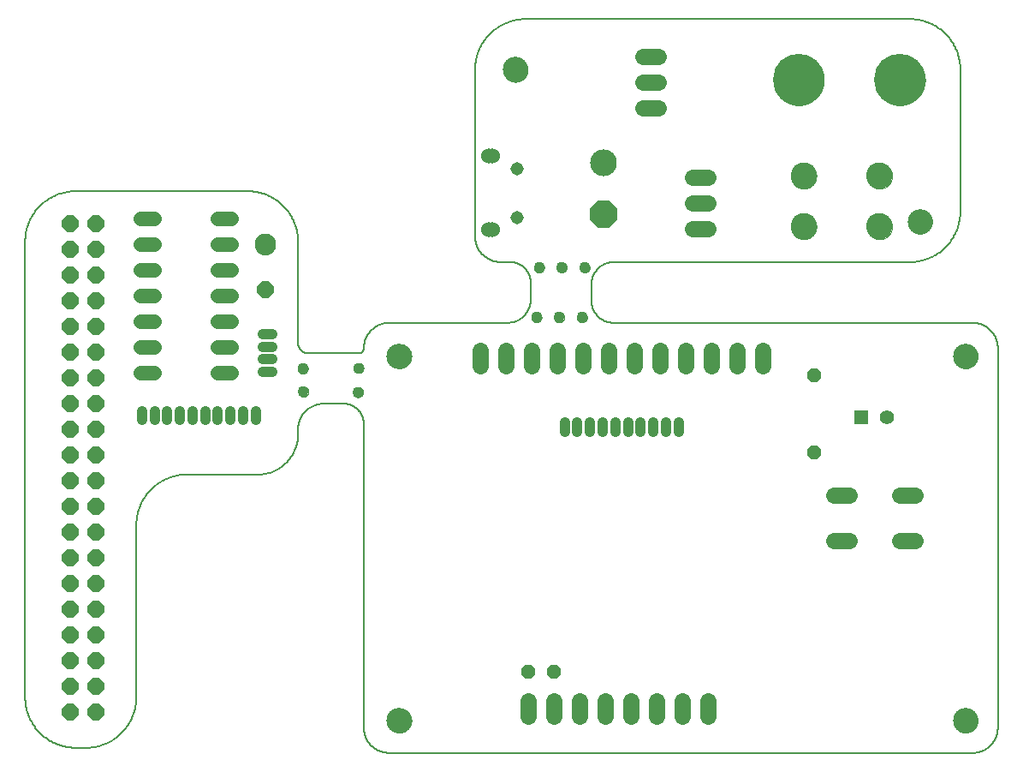
<source format=gbs>
G75*
%MOIN*%
%OFA0B0*%
%FSLAX25Y25*%
%IPPOS*%
%LPD*%
%AMOC8*
5,1,8,0,0,1.08239X$1,22.5*
%
%ADD10C,0.00000*%
%ADD11C,0.08274*%
%ADD12C,0.00600*%
%ADD13C,0.09849*%
%ADD14C,0.20085*%
%ADD15C,0.10243*%
%ADD16C,0.04337*%
%ADD17C,0.10400*%
%ADD18OC8,0.10400*%
%ADD19C,0.06400*%
%ADD20OC8,0.06400*%
%ADD21C,0.06000*%
%ADD22C,0.05156*%
%ADD23C,0.05600*%
%ADD24C,0.03975*%
%ADD25R,0.05600X0.05600*%
%ADD26C,0.05600*%
%ADD27OC8,0.05600*%
D10*
X0173741Y0078859D02*
X0173743Y0078996D01*
X0173749Y0079134D01*
X0173759Y0079271D01*
X0173773Y0079407D01*
X0173791Y0079544D01*
X0173813Y0079679D01*
X0173839Y0079814D01*
X0173868Y0079948D01*
X0173902Y0080082D01*
X0173939Y0080214D01*
X0173981Y0080345D01*
X0174026Y0080475D01*
X0174075Y0080603D01*
X0174127Y0080730D01*
X0174184Y0080855D01*
X0174243Y0080979D01*
X0174307Y0081101D01*
X0174374Y0081221D01*
X0174444Y0081339D01*
X0174518Y0081455D01*
X0174595Y0081569D01*
X0174676Y0081680D01*
X0174759Y0081789D01*
X0174846Y0081896D01*
X0174936Y0081999D01*
X0175029Y0082101D01*
X0175125Y0082199D01*
X0175223Y0082295D01*
X0175325Y0082388D01*
X0175428Y0082478D01*
X0175535Y0082565D01*
X0175644Y0082648D01*
X0175755Y0082729D01*
X0175869Y0082806D01*
X0175985Y0082880D01*
X0176103Y0082950D01*
X0176223Y0083017D01*
X0176345Y0083081D01*
X0176469Y0083140D01*
X0176594Y0083197D01*
X0176721Y0083249D01*
X0176849Y0083298D01*
X0176979Y0083343D01*
X0177110Y0083385D01*
X0177242Y0083422D01*
X0177376Y0083456D01*
X0177510Y0083485D01*
X0177645Y0083511D01*
X0177780Y0083533D01*
X0177917Y0083551D01*
X0178053Y0083565D01*
X0178190Y0083575D01*
X0178328Y0083581D01*
X0178465Y0083583D01*
X0178602Y0083581D01*
X0178740Y0083575D01*
X0178877Y0083565D01*
X0179013Y0083551D01*
X0179150Y0083533D01*
X0179285Y0083511D01*
X0179420Y0083485D01*
X0179554Y0083456D01*
X0179688Y0083422D01*
X0179820Y0083385D01*
X0179951Y0083343D01*
X0180081Y0083298D01*
X0180209Y0083249D01*
X0180336Y0083197D01*
X0180461Y0083140D01*
X0180585Y0083081D01*
X0180707Y0083017D01*
X0180827Y0082950D01*
X0180945Y0082880D01*
X0181061Y0082806D01*
X0181175Y0082729D01*
X0181286Y0082648D01*
X0181395Y0082565D01*
X0181502Y0082478D01*
X0181605Y0082388D01*
X0181707Y0082295D01*
X0181805Y0082199D01*
X0181901Y0082101D01*
X0181994Y0081999D01*
X0182084Y0081896D01*
X0182171Y0081789D01*
X0182254Y0081680D01*
X0182335Y0081569D01*
X0182412Y0081455D01*
X0182486Y0081339D01*
X0182556Y0081221D01*
X0182623Y0081101D01*
X0182687Y0080979D01*
X0182746Y0080855D01*
X0182803Y0080730D01*
X0182855Y0080603D01*
X0182904Y0080475D01*
X0182949Y0080345D01*
X0182991Y0080214D01*
X0183028Y0080082D01*
X0183062Y0079948D01*
X0183091Y0079814D01*
X0183117Y0079679D01*
X0183139Y0079544D01*
X0183157Y0079407D01*
X0183171Y0079271D01*
X0183181Y0079134D01*
X0183187Y0078996D01*
X0183189Y0078859D01*
X0183187Y0078722D01*
X0183181Y0078584D01*
X0183171Y0078447D01*
X0183157Y0078311D01*
X0183139Y0078174D01*
X0183117Y0078039D01*
X0183091Y0077904D01*
X0183062Y0077770D01*
X0183028Y0077636D01*
X0182991Y0077504D01*
X0182949Y0077373D01*
X0182904Y0077243D01*
X0182855Y0077115D01*
X0182803Y0076988D01*
X0182746Y0076863D01*
X0182687Y0076739D01*
X0182623Y0076617D01*
X0182556Y0076497D01*
X0182486Y0076379D01*
X0182412Y0076263D01*
X0182335Y0076149D01*
X0182254Y0076038D01*
X0182171Y0075929D01*
X0182084Y0075822D01*
X0181994Y0075719D01*
X0181901Y0075617D01*
X0181805Y0075519D01*
X0181707Y0075423D01*
X0181605Y0075330D01*
X0181502Y0075240D01*
X0181395Y0075153D01*
X0181286Y0075070D01*
X0181175Y0074989D01*
X0181061Y0074912D01*
X0180945Y0074838D01*
X0180827Y0074768D01*
X0180707Y0074701D01*
X0180585Y0074637D01*
X0180461Y0074578D01*
X0180336Y0074521D01*
X0180209Y0074469D01*
X0180081Y0074420D01*
X0179951Y0074375D01*
X0179820Y0074333D01*
X0179688Y0074296D01*
X0179554Y0074262D01*
X0179420Y0074233D01*
X0179285Y0074207D01*
X0179150Y0074185D01*
X0179013Y0074167D01*
X0178877Y0074153D01*
X0178740Y0074143D01*
X0178602Y0074137D01*
X0178465Y0074135D01*
X0178328Y0074137D01*
X0178190Y0074143D01*
X0178053Y0074153D01*
X0177917Y0074167D01*
X0177780Y0074185D01*
X0177645Y0074207D01*
X0177510Y0074233D01*
X0177376Y0074262D01*
X0177242Y0074296D01*
X0177110Y0074333D01*
X0176979Y0074375D01*
X0176849Y0074420D01*
X0176721Y0074469D01*
X0176594Y0074521D01*
X0176469Y0074578D01*
X0176345Y0074637D01*
X0176223Y0074701D01*
X0176103Y0074768D01*
X0175985Y0074838D01*
X0175869Y0074912D01*
X0175755Y0074989D01*
X0175644Y0075070D01*
X0175535Y0075153D01*
X0175428Y0075240D01*
X0175325Y0075330D01*
X0175223Y0075423D01*
X0175125Y0075519D01*
X0175029Y0075617D01*
X0174936Y0075719D01*
X0174846Y0075822D01*
X0174759Y0075929D01*
X0174676Y0076038D01*
X0174595Y0076149D01*
X0174518Y0076263D01*
X0174444Y0076379D01*
X0174374Y0076497D01*
X0174307Y0076617D01*
X0174243Y0076739D01*
X0174184Y0076863D01*
X0174127Y0076988D01*
X0174075Y0077115D01*
X0174026Y0077243D01*
X0173981Y0077373D01*
X0173939Y0077504D01*
X0173902Y0077636D01*
X0173868Y0077770D01*
X0173839Y0077904D01*
X0173813Y0078039D01*
X0173791Y0078174D01*
X0173773Y0078311D01*
X0173759Y0078447D01*
X0173749Y0078584D01*
X0173743Y0078722D01*
X0173741Y0078859D01*
X0160446Y0206581D02*
X0160448Y0206669D01*
X0160454Y0206757D01*
X0160464Y0206845D01*
X0160478Y0206933D01*
X0160495Y0207019D01*
X0160517Y0207105D01*
X0160542Y0207189D01*
X0160572Y0207273D01*
X0160604Y0207355D01*
X0160641Y0207435D01*
X0160681Y0207514D01*
X0160725Y0207591D01*
X0160772Y0207666D01*
X0160822Y0207738D01*
X0160876Y0207809D01*
X0160932Y0207876D01*
X0160992Y0207942D01*
X0161054Y0208004D01*
X0161120Y0208064D01*
X0161187Y0208120D01*
X0161258Y0208174D01*
X0161330Y0208224D01*
X0161405Y0208271D01*
X0161482Y0208315D01*
X0161561Y0208355D01*
X0161641Y0208392D01*
X0161723Y0208424D01*
X0161807Y0208454D01*
X0161891Y0208479D01*
X0161977Y0208501D01*
X0162063Y0208518D01*
X0162151Y0208532D01*
X0162239Y0208542D01*
X0162327Y0208548D01*
X0162415Y0208550D01*
X0162503Y0208548D01*
X0162591Y0208542D01*
X0162679Y0208532D01*
X0162767Y0208518D01*
X0162853Y0208501D01*
X0162939Y0208479D01*
X0163023Y0208454D01*
X0163107Y0208424D01*
X0163189Y0208392D01*
X0163269Y0208355D01*
X0163348Y0208315D01*
X0163425Y0208271D01*
X0163500Y0208224D01*
X0163572Y0208174D01*
X0163643Y0208120D01*
X0163710Y0208064D01*
X0163776Y0208004D01*
X0163838Y0207942D01*
X0163898Y0207876D01*
X0163954Y0207809D01*
X0164008Y0207738D01*
X0164058Y0207666D01*
X0164105Y0207591D01*
X0164149Y0207514D01*
X0164189Y0207435D01*
X0164226Y0207355D01*
X0164258Y0207273D01*
X0164288Y0207189D01*
X0164313Y0207105D01*
X0164335Y0207019D01*
X0164352Y0206933D01*
X0164366Y0206845D01*
X0164376Y0206757D01*
X0164382Y0206669D01*
X0164384Y0206581D01*
X0164382Y0206493D01*
X0164376Y0206405D01*
X0164366Y0206317D01*
X0164352Y0206229D01*
X0164335Y0206143D01*
X0164313Y0206057D01*
X0164288Y0205973D01*
X0164258Y0205889D01*
X0164226Y0205807D01*
X0164189Y0205727D01*
X0164149Y0205648D01*
X0164105Y0205571D01*
X0164058Y0205496D01*
X0164008Y0205424D01*
X0163954Y0205353D01*
X0163898Y0205286D01*
X0163838Y0205220D01*
X0163776Y0205158D01*
X0163710Y0205098D01*
X0163643Y0205042D01*
X0163572Y0204988D01*
X0163500Y0204938D01*
X0163425Y0204891D01*
X0163348Y0204847D01*
X0163269Y0204807D01*
X0163189Y0204770D01*
X0163107Y0204738D01*
X0163023Y0204708D01*
X0162939Y0204683D01*
X0162853Y0204661D01*
X0162767Y0204644D01*
X0162679Y0204630D01*
X0162591Y0204620D01*
X0162503Y0204614D01*
X0162415Y0204612D01*
X0162327Y0204614D01*
X0162239Y0204620D01*
X0162151Y0204630D01*
X0162063Y0204644D01*
X0161977Y0204661D01*
X0161891Y0204683D01*
X0161807Y0204708D01*
X0161723Y0204738D01*
X0161641Y0204770D01*
X0161561Y0204807D01*
X0161482Y0204847D01*
X0161405Y0204891D01*
X0161330Y0204938D01*
X0161258Y0204988D01*
X0161187Y0205042D01*
X0161120Y0205098D01*
X0161054Y0205158D01*
X0160992Y0205220D01*
X0160932Y0205286D01*
X0160876Y0205353D01*
X0160822Y0205424D01*
X0160772Y0205496D01*
X0160725Y0205571D01*
X0160681Y0205648D01*
X0160641Y0205727D01*
X0160604Y0205807D01*
X0160572Y0205889D01*
X0160542Y0205973D01*
X0160517Y0206057D01*
X0160495Y0206143D01*
X0160478Y0206229D01*
X0160464Y0206317D01*
X0160454Y0206405D01*
X0160448Y0206493D01*
X0160446Y0206581D01*
X0160574Y0215967D02*
X0160576Y0216055D01*
X0160582Y0216143D01*
X0160592Y0216231D01*
X0160606Y0216319D01*
X0160623Y0216405D01*
X0160645Y0216491D01*
X0160670Y0216575D01*
X0160700Y0216659D01*
X0160732Y0216741D01*
X0160769Y0216821D01*
X0160809Y0216900D01*
X0160853Y0216977D01*
X0160900Y0217052D01*
X0160950Y0217124D01*
X0161004Y0217195D01*
X0161060Y0217262D01*
X0161120Y0217328D01*
X0161182Y0217390D01*
X0161248Y0217450D01*
X0161315Y0217506D01*
X0161386Y0217560D01*
X0161458Y0217610D01*
X0161533Y0217657D01*
X0161610Y0217701D01*
X0161689Y0217741D01*
X0161769Y0217778D01*
X0161851Y0217810D01*
X0161935Y0217840D01*
X0162019Y0217865D01*
X0162105Y0217887D01*
X0162191Y0217904D01*
X0162279Y0217918D01*
X0162367Y0217928D01*
X0162455Y0217934D01*
X0162543Y0217936D01*
X0162631Y0217934D01*
X0162719Y0217928D01*
X0162807Y0217918D01*
X0162895Y0217904D01*
X0162981Y0217887D01*
X0163067Y0217865D01*
X0163151Y0217840D01*
X0163235Y0217810D01*
X0163317Y0217778D01*
X0163397Y0217741D01*
X0163476Y0217701D01*
X0163553Y0217657D01*
X0163628Y0217610D01*
X0163700Y0217560D01*
X0163771Y0217506D01*
X0163838Y0217450D01*
X0163904Y0217390D01*
X0163966Y0217328D01*
X0164026Y0217262D01*
X0164082Y0217195D01*
X0164136Y0217124D01*
X0164186Y0217052D01*
X0164233Y0216977D01*
X0164277Y0216900D01*
X0164317Y0216821D01*
X0164354Y0216741D01*
X0164386Y0216659D01*
X0164416Y0216575D01*
X0164441Y0216491D01*
X0164463Y0216405D01*
X0164480Y0216319D01*
X0164494Y0216231D01*
X0164504Y0216143D01*
X0164510Y0216055D01*
X0164512Y0215967D01*
X0164510Y0215879D01*
X0164504Y0215791D01*
X0164494Y0215703D01*
X0164480Y0215615D01*
X0164463Y0215529D01*
X0164441Y0215443D01*
X0164416Y0215359D01*
X0164386Y0215275D01*
X0164354Y0215193D01*
X0164317Y0215113D01*
X0164277Y0215034D01*
X0164233Y0214957D01*
X0164186Y0214882D01*
X0164136Y0214810D01*
X0164082Y0214739D01*
X0164026Y0214672D01*
X0163966Y0214606D01*
X0163904Y0214544D01*
X0163838Y0214484D01*
X0163771Y0214428D01*
X0163700Y0214374D01*
X0163628Y0214324D01*
X0163553Y0214277D01*
X0163476Y0214233D01*
X0163397Y0214193D01*
X0163317Y0214156D01*
X0163235Y0214124D01*
X0163151Y0214094D01*
X0163067Y0214069D01*
X0162981Y0214047D01*
X0162895Y0214030D01*
X0162807Y0214016D01*
X0162719Y0214006D01*
X0162631Y0214000D01*
X0162543Y0213998D01*
X0162455Y0214000D01*
X0162367Y0214006D01*
X0162279Y0214016D01*
X0162191Y0214030D01*
X0162105Y0214047D01*
X0162019Y0214069D01*
X0161935Y0214094D01*
X0161851Y0214124D01*
X0161769Y0214156D01*
X0161689Y0214193D01*
X0161610Y0214233D01*
X0161533Y0214277D01*
X0161458Y0214324D01*
X0161386Y0214374D01*
X0161315Y0214428D01*
X0161248Y0214484D01*
X0161182Y0214544D01*
X0161120Y0214606D01*
X0161060Y0214672D01*
X0161004Y0214739D01*
X0160950Y0214810D01*
X0160900Y0214882D01*
X0160853Y0214957D01*
X0160809Y0215034D01*
X0160769Y0215113D01*
X0160732Y0215193D01*
X0160700Y0215275D01*
X0160670Y0215359D01*
X0160645Y0215443D01*
X0160623Y0215529D01*
X0160606Y0215615D01*
X0160592Y0215703D01*
X0160582Y0215791D01*
X0160576Y0215879D01*
X0160574Y0215967D01*
X0173741Y0220591D02*
X0173743Y0220728D01*
X0173749Y0220866D01*
X0173759Y0221003D01*
X0173773Y0221139D01*
X0173791Y0221276D01*
X0173813Y0221411D01*
X0173839Y0221546D01*
X0173868Y0221680D01*
X0173902Y0221814D01*
X0173939Y0221946D01*
X0173981Y0222077D01*
X0174026Y0222207D01*
X0174075Y0222335D01*
X0174127Y0222462D01*
X0174184Y0222587D01*
X0174243Y0222711D01*
X0174307Y0222833D01*
X0174374Y0222953D01*
X0174444Y0223071D01*
X0174518Y0223187D01*
X0174595Y0223301D01*
X0174676Y0223412D01*
X0174759Y0223521D01*
X0174846Y0223628D01*
X0174936Y0223731D01*
X0175029Y0223833D01*
X0175125Y0223931D01*
X0175223Y0224027D01*
X0175325Y0224120D01*
X0175428Y0224210D01*
X0175535Y0224297D01*
X0175644Y0224380D01*
X0175755Y0224461D01*
X0175869Y0224538D01*
X0175985Y0224612D01*
X0176103Y0224682D01*
X0176223Y0224749D01*
X0176345Y0224813D01*
X0176469Y0224872D01*
X0176594Y0224929D01*
X0176721Y0224981D01*
X0176849Y0225030D01*
X0176979Y0225075D01*
X0177110Y0225117D01*
X0177242Y0225154D01*
X0177376Y0225188D01*
X0177510Y0225217D01*
X0177645Y0225243D01*
X0177780Y0225265D01*
X0177917Y0225283D01*
X0178053Y0225297D01*
X0178190Y0225307D01*
X0178328Y0225313D01*
X0178465Y0225315D01*
X0178602Y0225313D01*
X0178740Y0225307D01*
X0178877Y0225297D01*
X0179013Y0225283D01*
X0179150Y0225265D01*
X0179285Y0225243D01*
X0179420Y0225217D01*
X0179554Y0225188D01*
X0179688Y0225154D01*
X0179820Y0225117D01*
X0179951Y0225075D01*
X0180081Y0225030D01*
X0180209Y0224981D01*
X0180336Y0224929D01*
X0180461Y0224872D01*
X0180585Y0224813D01*
X0180707Y0224749D01*
X0180827Y0224682D01*
X0180945Y0224612D01*
X0181061Y0224538D01*
X0181175Y0224461D01*
X0181286Y0224380D01*
X0181395Y0224297D01*
X0181502Y0224210D01*
X0181605Y0224120D01*
X0181707Y0224027D01*
X0181805Y0223931D01*
X0181901Y0223833D01*
X0181994Y0223731D01*
X0182084Y0223628D01*
X0182171Y0223521D01*
X0182254Y0223412D01*
X0182335Y0223301D01*
X0182412Y0223187D01*
X0182486Y0223071D01*
X0182556Y0222953D01*
X0182623Y0222833D01*
X0182687Y0222711D01*
X0182746Y0222587D01*
X0182803Y0222462D01*
X0182855Y0222335D01*
X0182904Y0222207D01*
X0182949Y0222077D01*
X0182991Y0221946D01*
X0183028Y0221814D01*
X0183062Y0221680D01*
X0183091Y0221546D01*
X0183117Y0221411D01*
X0183139Y0221276D01*
X0183157Y0221139D01*
X0183171Y0221003D01*
X0183181Y0220866D01*
X0183187Y0220728D01*
X0183189Y0220591D01*
X0183187Y0220454D01*
X0183181Y0220316D01*
X0183171Y0220179D01*
X0183157Y0220043D01*
X0183139Y0219906D01*
X0183117Y0219771D01*
X0183091Y0219636D01*
X0183062Y0219502D01*
X0183028Y0219368D01*
X0182991Y0219236D01*
X0182949Y0219105D01*
X0182904Y0218975D01*
X0182855Y0218847D01*
X0182803Y0218720D01*
X0182746Y0218595D01*
X0182687Y0218471D01*
X0182623Y0218349D01*
X0182556Y0218229D01*
X0182486Y0218111D01*
X0182412Y0217995D01*
X0182335Y0217881D01*
X0182254Y0217770D01*
X0182171Y0217661D01*
X0182084Y0217554D01*
X0181994Y0217451D01*
X0181901Y0217349D01*
X0181805Y0217251D01*
X0181707Y0217155D01*
X0181605Y0217062D01*
X0181502Y0216972D01*
X0181395Y0216885D01*
X0181286Y0216802D01*
X0181175Y0216721D01*
X0181061Y0216644D01*
X0180945Y0216570D01*
X0180827Y0216500D01*
X0180707Y0216433D01*
X0180585Y0216369D01*
X0180461Y0216310D01*
X0180336Y0216253D01*
X0180209Y0216201D01*
X0180081Y0216152D01*
X0179951Y0216107D01*
X0179820Y0216065D01*
X0179688Y0216028D01*
X0179554Y0215994D01*
X0179420Y0215965D01*
X0179285Y0215939D01*
X0179150Y0215917D01*
X0179013Y0215899D01*
X0178877Y0215885D01*
X0178740Y0215875D01*
X0178602Y0215869D01*
X0178465Y0215867D01*
X0178328Y0215869D01*
X0178190Y0215875D01*
X0178053Y0215885D01*
X0177917Y0215899D01*
X0177780Y0215917D01*
X0177645Y0215939D01*
X0177510Y0215965D01*
X0177376Y0215994D01*
X0177242Y0216028D01*
X0177110Y0216065D01*
X0176979Y0216107D01*
X0176849Y0216152D01*
X0176721Y0216201D01*
X0176594Y0216253D01*
X0176469Y0216310D01*
X0176345Y0216369D01*
X0176223Y0216433D01*
X0176103Y0216500D01*
X0175985Y0216570D01*
X0175869Y0216644D01*
X0175755Y0216721D01*
X0175644Y0216802D01*
X0175535Y0216885D01*
X0175428Y0216972D01*
X0175325Y0217062D01*
X0175223Y0217155D01*
X0175125Y0217251D01*
X0175029Y0217349D01*
X0174936Y0217451D01*
X0174846Y0217554D01*
X0174759Y0217661D01*
X0174676Y0217770D01*
X0174595Y0217881D01*
X0174518Y0217995D01*
X0174444Y0218111D01*
X0174374Y0218229D01*
X0174307Y0218349D01*
X0174243Y0218471D01*
X0174184Y0218595D01*
X0174127Y0218720D01*
X0174075Y0218847D01*
X0174026Y0218975D01*
X0173981Y0219105D01*
X0173939Y0219236D01*
X0173902Y0219368D01*
X0173868Y0219502D01*
X0173839Y0219636D01*
X0173813Y0219771D01*
X0173791Y0219906D01*
X0173773Y0220043D01*
X0173759Y0220179D01*
X0173749Y0220316D01*
X0173743Y0220454D01*
X0173741Y0220591D01*
X0138939Y0215776D02*
X0138941Y0215864D01*
X0138947Y0215952D01*
X0138957Y0216040D01*
X0138971Y0216128D01*
X0138988Y0216214D01*
X0139010Y0216300D01*
X0139035Y0216384D01*
X0139065Y0216468D01*
X0139097Y0216550D01*
X0139134Y0216630D01*
X0139174Y0216709D01*
X0139218Y0216786D01*
X0139265Y0216861D01*
X0139315Y0216933D01*
X0139369Y0217004D01*
X0139425Y0217071D01*
X0139485Y0217137D01*
X0139547Y0217199D01*
X0139613Y0217259D01*
X0139680Y0217315D01*
X0139751Y0217369D01*
X0139823Y0217419D01*
X0139898Y0217466D01*
X0139975Y0217510D01*
X0140054Y0217550D01*
X0140134Y0217587D01*
X0140216Y0217619D01*
X0140300Y0217649D01*
X0140384Y0217674D01*
X0140470Y0217696D01*
X0140556Y0217713D01*
X0140644Y0217727D01*
X0140732Y0217737D01*
X0140820Y0217743D01*
X0140908Y0217745D01*
X0140996Y0217743D01*
X0141084Y0217737D01*
X0141172Y0217727D01*
X0141260Y0217713D01*
X0141346Y0217696D01*
X0141432Y0217674D01*
X0141516Y0217649D01*
X0141600Y0217619D01*
X0141682Y0217587D01*
X0141762Y0217550D01*
X0141841Y0217510D01*
X0141918Y0217466D01*
X0141993Y0217419D01*
X0142065Y0217369D01*
X0142136Y0217315D01*
X0142203Y0217259D01*
X0142269Y0217199D01*
X0142331Y0217137D01*
X0142391Y0217071D01*
X0142447Y0217004D01*
X0142501Y0216933D01*
X0142551Y0216861D01*
X0142598Y0216786D01*
X0142642Y0216709D01*
X0142682Y0216630D01*
X0142719Y0216550D01*
X0142751Y0216468D01*
X0142781Y0216384D01*
X0142806Y0216300D01*
X0142828Y0216214D01*
X0142845Y0216128D01*
X0142859Y0216040D01*
X0142869Y0215952D01*
X0142875Y0215864D01*
X0142877Y0215776D01*
X0142875Y0215688D01*
X0142869Y0215600D01*
X0142859Y0215512D01*
X0142845Y0215424D01*
X0142828Y0215338D01*
X0142806Y0215252D01*
X0142781Y0215168D01*
X0142751Y0215084D01*
X0142719Y0215002D01*
X0142682Y0214922D01*
X0142642Y0214843D01*
X0142598Y0214766D01*
X0142551Y0214691D01*
X0142501Y0214619D01*
X0142447Y0214548D01*
X0142391Y0214481D01*
X0142331Y0214415D01*
X0142269Y0214353D01*
X0142203Y0214293D01*
X0142136Y0214237D01*
X0142065Y0214183D01*
X0141993Y0214133D01*
X0141918Y0214086D01*
X0141841Y0214042D01*
X0141762Y0214002D01*
X0141682Y0213965D01*
X0141600Y0213933D01*
X0141516Y0213903D01*
X0141432Y0213878D01*
X0141346Y0213856D01*
X0141260Y0213839D01*
X0141172Y0213825D01*
X0141084Y0213815D01*
X0140996Y0213809D01*
X0140908Y0213807D01*
X0140820Y0213809D01*
X0140732Y0213815D01*
X0140644Y0213825D01*
X0140556Y0213839D01*
X0140470Y0213856D01*
X0140384Y0213878D01*
X0140300Y0213903D01*
X0140216Y0213933D01*
X0140134Y0213965D01*
X0140054Y0214002D01*
X0139975Y0214042D01*
X0139898Y0214086D01*
X0139823Y0214133D01*
X0139751Y0214183D01*
X0139680Y0214237D01*
X0139613Y0214293D01*
X0139547Y0214353D01*
X0139485Y0214415D01*
X0139425Y0214481D01*
X0139369Y0214548D01*
X0139315Y0214619D01*
X0139265Y0214691D01*
X0139218Y0214766D01*
X0139174Y0214843D01*
X0139134Y0214922D01*
X0139097Y0215002D01*
X0139065Y0215084D01*
X0139035Y0215168D01*
X0139010Y0215252D01*
X0138988Y0215338D01*
X0138971Y0215424D01*
X0138957Y0215512D01*
X0138947Y0215600D01*
X0138941Y0215688D01*
X0138939Y0215776D01*
X0139194Y0206773D02*
X0139196Y0206861D01*
X0139202Y0206949D01*
X0139212Y0207037D01*
X0139226Y0207125D01*
X0139243Y0207211D01*
X0139265Y0207297D01*
X0139290Y0207381D01*
X0139320Y0207465D01*
X0139352Y0207547D01*
X0139389Y0207627D01*
X0139429Y0207706D01*
X0139473Y0207783D01*
X0139520Y0207858D01*
X0139570Y0207930D01*
X0139624Y0208001D01*
X0139680Y0208068D01*
X0139740Y0208134D01*
X0139802Y0208196D01*
X0139868Y0208256D01*
X0139935Y0208312D01*
X0140006Y0208366D01*
X0140078Y0208416D01*
X0140153Y0208463D01*
X0140230Y0208507D01*
X0140309Y0208547D01*
X0140389Y0208584D01*
X0140471Y0208616D01*
X0140555Y0208646D01*
X0140639Y0208671D01*
X0140725Y0208693D01*
X0140811Y0208710D01*
X0140899Y0208724D01*
X0140987Y0208734D01*
X0141075Y0208740D01*
X0141163Y0208742D01*
X0141251Y0208740D01*
X0141339Y0208734D01*
X0141427Y0208724D01*
X0141515Y0208710D01*
X0141601Y0208693D01*
X0141687Y0208671D01*
X0141771Y0208646D01*
X0141855Y0208616D01*
X0141937Y0208584D01*
X0142017Y0208547D01*
X0142096Y0208507D01*
X0142173Y0208463D01*
X0142248Y0208416D01*
X0142320Y0208366D01*
X0142391Y0208312D01*
X0142458Y0208256D01*
X0142524Y0208196D01*
X0142586Y0208134D01*
X0142646Y0208068D01*
X0142702Y0208001D01*
X0142756Y0207930D01*
X0142806Y0207858D01*
X0142853Y0207783D01*
X0142897Y0207706D01*
X0142937Y0207627D01*
X0142974Y0207547D01*
X0143006Y0207465D01*
X0143036Y0207381D01*
X0143061Y0207297D01*
X0143083Y0207211D01*
X0143100Y0207125D01*
X0143114Y0207037D01*
X0143124Y0206949D01*
X0143130Y0206861D01*
X0143132Y0206773D01*
X0143130Y0206685D01*
X0143124Y0206597D01*
X0143114Y0206509D01*
X0143100Y0206421D01*
X0143083Y0206335D01*
X0143061Y0206249D01*
X0143036Y0206165D01*
X0143006Y0206081D01*
X0142974Y0205999D01*
X0142937Y0205919D01*
X0142897Y0205840D01*
X0142853Y0205763D01*
X0142806Y0205688D01*
X0142756Y0205616D01*
X0142702Y0205545D01*
X0142646Y0205478D01*
X0142586Y0205412D01*
X0142524Y0205350D01*
X0142458Y0205290D01*
X0142391Y0205234D01*
X0142320Y0205180D01*
X0142248Y0205130D01*
X0142173Y0205083D01*
X0142096Y0205039D01*
X0142017Y0204999D01*
X0141937Y0204962D01*
X0141855Y0204930D01*
X0141771Y0204900D01*
X0141687Y0204875D01*
X0141601Y0204853D01*
X0141515Y0204836D01*
X0141427Y0204822D01*
X0141339Y0204812D01*
X0141251Y0204806D01*
X0141163Y0204804D01*
X0141075Y0204806D01*
X0140987Y0204812D01*
X0140899Y0204822D01*
X0140811Y0204836D01*
X0140725Y0204853D01*
X0140639Y0204875D01*
X0140555Y0204900D01*
X0140471Y0204930D01*
X0140389Y0204962D01*
X0140309Y0204999D01*
X0140230Y0205039D01*
X0140153Y0205083D01*
X0140078Y0205130D01*
X0140006Y0205180D01*
X0139935Y0205234D01*
X0139868Y0205290D01*
X0139802Y0205350D01*
X0139740Y0205412D01*
X0139680Y0205478D01*
X0139624Y0205545D01*
X0139570Y0205616D01*
X0139520Y0205688D01*
X0139473Y0205763D01*
X0139429Y0205840D01*
X0139389Y0205919D01*
X0139352Y0205999D01*
X0139320Y0206081D01*
X0139290Y0206165D01*
X0139265Y0206249D01*
X0139243Y0206335D01*
X0139226Y0206421D01*
X0139212Y0206509D01*
X0139202Y0206597D01*
X0139196Y0206685D01*
X0139194Y0206773D01*
X0122259Y0264014D02*
X0122261Y0264139D01*
X0122267Y0264264D01*
X0122277Y0264388D01*
X0122291Y0264512D01*
X0122308Y0264636D01*
X0122330Y0264759D01*
X0122356Y0264881D01*
X0122385Y0265003D01*
X0122418Y0265123D01*
X0122456Y0265242D01*
X0122496Y0265361D01*
X0122541Y0265477D01*
X0122589Y0265592D01*
X0122641Y0265706D01*
X0122697Y0265818D01*
X0122756Y0265928D01*
X0122818Y0266036D01*
X0122884Y0266143D01*
X0122953Y0266247D01*
X0123026Y0266348D01*
X0123101Y0266448D01*
X0123180Y0266545D01*
X0123262Y0266639D01*
X0123347Y0266731D01*
X0123434Y0266820D01*
X0123525Y0266906D01*
X0123618Y0266989D01*
X0123714Y0267070D01*
X0123812Y0267147D01*
X0123912Y0267221D01*
X0124015Y0267292D01*
X0124120Y0267359D01*
X0124228Y0267424D01*
X0124337Y0267484D01*
X0124448Y0267542D01*
X0124561Y0267595D01*
X0124675Y0267645D01*
X0124791Y0267692D01*
X0124908Y0267734D01*
X0125027Y0267773D01*
X0125147Y0267809D01*
X0125268Y0267840D01*
X0125390Y0267868D01*
X0125512Y0267891D01*
X0125636Y0267911D01*
X0125760Y0267927D01*
X0125884Y0267939D01*
X0126009Y0267947D01*
X0126134Y0267951D01*
X0126258Y0267951D01*
X0126383Y0267947D01*
X0126508Y0267939D01*
X0126632Y0267927D01*
X0126756Y0267911D01*
X0126880Y0267891D01*
X0127002Y0267868D01*
X0127124Y0267840D01*
X0127245Y0267809D01*
X0127365Y0267773D01*
X0127484Y0267734D01*
X0127601Y0267692D01*
X0127717Y0267645D01*
X0127831Y0267595D01*
X0127944Y0267542D01*
X0128055Y0267484D01*
X0128165Y0267424D01*
X0128272Y0267359D01*
X0128377Y0267292D01*
X0128480Y0267221D01*
X0128580Y0267147D01*
X0128678Y0267070D01*
X0128774Y0266989D01*
X0128867Y0266906D01*
X0128958Y0266820D01*
X0129045Y0266731D01*
X0129130Y0266639D01*
X0129212Y0266545D01*
X0129291Y0266448D01*
X0129366Y0266348D01*
X0129439Y0266247D01*
X0129508Y0266143D01*
X0129574Y0266036D01*
X0129636Y0265928D01*
X0129695Y0265818D01*
X0129751Y0265706D01*
X0129803Y0265592D01*
X0129851Y0265477D01*
X0129896Y0265361D01*
X0129936Y0265242D01*
X0129974Y0265123D01*
X0130007Y0265003D01*
X0130036Y0264881D01*
X0130062Y0264759D01*
X0130084Y0264636D01*
X0130101Y0264512D01*
X0130115Y0264388D01*
X0130125Y0264264D01*
X0130131Y0264139D01*
X0130133Y0264014D01*
X0130131Y0263889D01*
X0130125Y0263764D01*
X0130115Y0263640D01*
X0130101Y0263516D01*
X0130084Y0263392D01*
X0130062Y0263269D01*
X0130036Y0263147D01*
X0130007Y0263025D01*
X0129974Y0262905D01*
X0129936Y0262786D01*
X0129896Y0262667D01*
X0129851Y0262551D01*
X0129803Y0262436D01*
X0129751Y0262322D01*
X0129695Y0262210D01*
X0129636Y0262100D01*
X0129574Y0261992D01*
X0129508Y0261885D01*
X0129439Y0261781D01*
X0129366Y0261680D01*
X0129291Y0261580D01*
X0129212Y0261483D01*
X0129130Y0261389D01*
X0129045Y0261297D01*
X0128958Y0261208D01*
X0128867Y0261122D01*
X0128774Y0261039D01*
X0128678Y0260958D01*
X0128580Y0260881D01*
X0128480Y0260807D01*
X0128377Y0260736D01*
X0128272Y0260669D01*
X0128164Y0260604D01*
X0128055Y0260544D01*
X0127944Y0260486D01*
X0127831Y0260433D01*
X0127717Y0260383D01*
X0127601Y0260336D01*
X0127484Y0260294D01*
X0127365Y0260255D01*
X0127245Y0260219D01*
X0127124Y0260188D01*
X0127002Y0260160D01*
X0126880Y0260137D01*
X0126756Y0260117D01*
X0126632Y0260101D01*
X0126508Y0260089D01*
X0126383Y0260081D01*
X0126258Y0260077D01*
X0126134Y0260077D01*
X0126009Y0260081D01*
X0125884Y0260089D01*
X0125760Y0260101D01*
X0125636Y0260117D01*
X0125512Y0260137D01*
X0125390Y0260160D01*
X0125268Y0260188D01*
X0125147Y0260219D01*
X0125027Y0260255D01*
X0124908Y0260294D01*
X0124791Y0260336D01*
X0124675Y0260383D01*
X0124561Y0260433D01*
X0124448Y0260486D01*
X0124337Y0260544D01*
X0124227Y0260604D01*
X0124120Y0260669D01*
X0124015Y0260736D01*
X0123912Y0260807D01*
X0123812Y0260881D01*
X0123714Y0260958D01*
X0123618Y0261039D01*
X0123525Y0261122D01*
X0123434Y0261208D01*
X0123347Y0261297D01*
X0123262Y0261389D01*
X0123180Y0261483D01*
X0123101Y0261580D01*
X0123026Y0261680D01*
X0122953Y0261781D01*
X0122884Y0261885D01*
X0122818Y0261992D01*
X0122756Y0262100D01*
X0122697Y0262210D01*
X0122641Y0262322D01*
X0122589Y0262436D01*
X0122541Y0262551D01*
X0122496Y0262667D01*
X0122456Y0262786D01*
X0122418Y0262905D01*
X0122385Y0263025D01*
X0122356Y0263147D01*
X0122330Y0263269D01*
X0122308Y0263392D01*
X0122291Y0263516D01*
X0122277Y0263640D01*
X0122267Y0263764D01*
X0122261Y0263889D01*
X0122259Y0264014D01*
X0219017Y0332009D02*
X0219019Y0332146D01*
X0219025Y0332284D01*
X0219035Y0332421D01*
X0219049Y0332557D01*
X0219067Y0332694D01*
X0219089Y0332829D01*
X0219115Y0332964D01*
X0219144Y0333098D01*
X0219178Y0333232D01*
X0219215Y0333364D01*
X0219257Y0333495D01*
X0219302Y0333625D01*
X0219351Y0333753D01*
X0219403Y0333880D01*
X0219460Y0334005D01*
X0219519Y0334129D01*
X0219583Y0334251D01*
X0219650Y0334371D01*
X0219720Y0334489D01*
X0219794Y0334605D01*
X0219871Y0334719D01*
X0219952Y0334830D01*
X0220035Y0334939D01*
X0220122Y0335046D01*
X0220212Y0335149D01*
X0220305Y0335251D01*
X0220401Y0335349D01*
X0220499Y0335445D01*
X0220601Y0335538D01*
X0220704Y0335628D01*
X0220811Y0335715D01*
X0220920Y0335798D01*
X0221031Y0335879D01*
X0221145Y0335956D01*
X0221261Y0336030D01*
X0221379Y0336100D01*
X0221499Y0336167D01*
X0221621Y0336231D01*
X0221745Y0336290D01*
X0221870Y0336347D01*
X0221997Y0336399D01*
X0222125Y0336448D01*
X0222255Y0336493D01*
X0222386Y0336535D01*
X0222518Y0336572D01*
X0222652Y0336606D01*
X0222786Y0336635D01*
X0222921Y0336661D01*
X0223056Y0336683D01*
X0223193Y0336701D01*
X0223329Y0336715D01*
X0223466Y0336725D01*
X0223604Y0336731D01*
X0223741Y0336733D01*
X0223878Y0336731D01*
X0224016Y0336725D01*
X0224153Y0336715D01*
X0224289Y0336701D01*
X0224426Y0336683D01*
X0224561Y0336661D01*
X0224696Y0336635D01*
X0224830Y0336606D01*
X0224964Y0336572D01*
X0225096Y0336535D01*
X0225227Y0336493D01*
X0225357Y0336448D01*
X0225485Y0336399D01*
X0225612Y0336347D01*
X0225737Y0336290D01*
X0225861Y0336231D01*
X0225983Y0336167D01*
X0226103Y0336100D01*
X0226221Y0336030D01*
X0226337Y0335956D01*
X0226451Y0335879D01*
X0226562Y0335798D01*
X0226671Y0335715D01*
X0226778Y0335628D01*
X0226881Y0335538D01*
X0226983Y0335445D01*
X0227081Y0335349D01*
X0227177Y0335251D01*
X0227270Y0335149D01*
X0227360Y0335046D01*
X0227447Y0334939D01*
X0227530Y0334830D01*
X0227611Y0334719D01*
X0227688Y0334605D01*
X0227762Y0334489D01*
X0227832Y0334371D01*
X0227899Y0334251D01*
X0227963Y0334129D01*
X0228022Y0334005D01*
X0228079Y0333880D01*
X0228131Y0333753D01*
X0228180Y0333625D01*
X0228225Y0333495D01*
X0228267Y0333364D01*
X0228304Y0333232D01*
X0228338Y0333098D01*
X0228367Y0332964D01*
X0228393Y0332829D01*
X0228415Y0332694D01*
X0228433Y0332557D01*
X0228447Y0332421D01*
X0228457Y0332284D01*
X0228463Y0332146D01*
X0228465Y0332009D01*
X0228463Y0331872D01*
X0228457Y0331734D01*
X0228447Y0331597D01*
X0228433Y0331461D01*
X0228415Y0331324D01*
X0228393Y0331189D01*
X0228367Y0331054D01*
X0228338Y0330920D01*
X0228304Y0330786D01*
X0228267Y0330654D01*
X0228225Y0330523D01*
X0228180Y0330393D01*
X0228131Y0330265D01*
X0228079Y0330138D01*
X0228022Y0330013D01*
X0227963Y0329889D01*
X0227899Y0329767D01*
X0227832Y0329647D01*
X0227762Y0329529D01*
X0227688Y0329413D01*
X0227611Y0329299D01*
X0227530Y0329188D01*
X0227447Y0329079D01*
X0227360Y0328972D01*
X0227270Y0328869D01*
X0227177Y0328767D01*
X0227081Y0328669D01*
X0226983Y0328573D01*
X0226881Y0328480D01*
X0226778Y0328390D01*
X0226671Y0328303D01*
X0226562Y0328220D01*
X0226451Y0328139D01*
X0226337Y0328062D01*
X0226221Y0327988D01*
X0226103Y0327918D01*
X0225983Y0327851D01*
X0225861Y0327787D01*
X0225737Y0327728D01*
X0225612Y0327671D01*
X0225485Y0327619D01*
X0225357Y0327570D01*
X0225227Y0327525D01*
X0225096Y0327483D01*
X0224964Y0327446D01*
X0224830Y0327412D01*
X0224696Y0327383D01*
X0224561Y0327357D01*
X0224426Y0327335D01*
X0224289Y0327317D01*
X0224153Y0327303D01*
X0224016Y0327293D01*
X0223878Y0327287D01*
X0223741Y0327285D01*
X0223604Y0327287D01*
X0223466Y0327293D01*
X0223329Y0327303D01*
X0223193Y0327317D01*
X0223056Y0327335D01*
X0222921Y0327357D01*
X0222786Y0327383D01*
X0222652Y0327412D01*
X0222518Y0327446D01*
X0222386Y0327483D01*
X0222255Y0327525D01*
X0222125Y0327570D01*
X0221997Y0327619D01*
X0221870Y0327671D01*
X0221745Y0327728D01*
X0221621Y0327787D01*
X0221499Y0327851D01*
X0221379Y0327918D01*
X0221261Y0327988D01*
X0221145Y0328062D01*
X0221031Y0328139D01*
X0220920Y0328220D01*
X0220811Y0328303D01*
X0220704Y0328390D01*
X0220601Y0328480D01*
X0220499Y0328573D01*
X0220401Y0328669D01*
X0220305Y0328767D01*
X0220212Y0328869D01*
X0220122Y0328972D01*
X0220035Y0329079D01*
X0219952Y0329188D01*
X0219871Y0329299D01*
X0219794Y0329413D01*
X0219720Y0329529D01*
X0219650Y0329647D01*
X0219583Y0329767D01*
X0219519Y0329889D01*
X0219460Y0330013D01*
X0219403Y0330138D01*
X0219351Y0330265D01*
X0219302Y0330393D01*
X0219257Y0330523D01*
X0219215Y0330654D01*
X0219178Y0330786D01*
X0219144Y0330920D01*
X0219115Y0331054D01*
X0219089Y0331189D01*
X0219067Y0331324D01*
X0219049Y0331461D01*
X0219035Y0331597D01*
X0219025Y0331734D01*
X0219019Y0331872D01*
X0219017Y0332009D01*
X0230945Y0255094D02*
X0230947Y0255182D01*
X0230953Y0255270D01*
X0230963Y0255358D01*
X0230977Y0255446D01*
X0230994Y0255532D01*
X0231016Y0255618D01*
X0231041Y0255702D01*
X0231071Y0255786D01*
X0231103Y0255868D01*
X0231140Y0255948D01*
X0231180Y0256027D01*
X0231224Y0256104D01*
X0231271Y0256179D01*
X0231321Y0256251D01*
X0231375Y0256322D01*
X0231431Y0256389D01*
X0231491Y0256455D01*
X0231553Y0256517D01*
X0231619Y0256577D01*
X0231686Y0256633D01*
X0231757Y0256687D01*
X0231829Y0256737D01*
X0231904Y0256784D01*
X0231981Y0256828D01*
X0232060Y0256868D01*
X0232140Y0256905D01*
X0232222Y0256937D01*
X0232306Y0256967D01*
X0232390Y0256992D01*
X0232476Y0257014D01*
X0232562Y0257031D01*
X0232650Y0257045D01*
X0232738Y0257055D01*
X0232826Y0257061D01*
X0232914Y0257063D01*
X0233002Y0257061D01*
X0233090Y0257055D01*
X0233178Y0257045D01*
X0233266Y0257031D01*
X0233352Y0257014D01*
X0233438Y0256992D01*
X0233522Y0256967D01*
X0233606Y0256937D01*
X0233688Y0256905D01*
X0233768Y0256868D01*
X0233847Y0256828D01*
X0233924Y0256784D01*
X0233999Y0256737D01*
X0234071Y0256687D01*
X0234142Y0256633D01*
X0234209Y0256577D01*
X0234275Y0256517D01*
X0234337Y0256455D01*
X0234397Y0256389D01*
X0234453Y0256322D01*
X0234507Y0256251D01*
X0234557Y0256179D01*
X0234604Y0256104D01*
X0234648Y0256027D01*
X0234688Y0255948D01*
X0234725Y0255868D01*
X0234757Y0255786D01*
X0234787Y0255702D01*
X0234812Y0255618D01*
X0234834Y0255532D01*
X0234851Y0255446D01*
X0234865Y0255358D01*
X0234875Y0255270D01*
X0234881Y0255182D01*
X0234883Y0255094D01*
X0234881Y0255006D01*
X0234875Y0254918D01*
X0234865Y0254830D01*
X0234851Y0254742D01*
X0234834Y0254656D01*
X0234812Y0254570D01*
X0234787Y0254486D01*
X0234757Y0254402D01*
X0234725Y0254320D01*
X0234688Y0254240D01*
X0234648Y0254161D01*
X0234604Y0254084D01*
X0234557Y0254009D01*
X0234507Y0253937D01*
X0234453Y0253866D01*
X0234397Y0253799D01*
X0234337Y0253733D01*
X0234275Y0253671D01*
X0234209Y0253611D01*
X0234142Y0253555D01*
X0234071Y0253501D01*
X0233999Y0253451D01*
X0233924Y0253404D01*
X0233847Y0253360D01*
X0233768Y0253320D01*
X0233688Y0253283D01*
X0233606Y0253251D01*
X0233522Y0253221D01*
X0233438Y0253196D01*
X0233352Y0253174D01*
X0233266Y0253157D01*
X0233178Y0253143D01*
X0233090Y0253133D01*
X0233002Y0253127D01*
X0232914Y0253125D01*
X0232826Y0253127D01*
X0232738Y0253133D01*
X0232650Y0253143D01*
X0232562Y0253157D01*
X0232476Y0253174D01*
X0232390Y0253196D01*
X0232306Y0253221D01*
X0232222Y0253251D01*
X0232140Y0253283D01*
X0232060Y0253320D01*
X0231981Y0253360D01*
X0231904Y0253404D01*
X0231829Y0253451D01*
X0231757Y0253501D01*
X0231686Y0253555D01*
X0231619Y0253611D01*
X0231553Y0253671D01*
X0231491Y0253733D01*
X0231431Y0253799D01*
X0231375Y0253866D01*
X0231321Y0253937D01*
X0231271Y0254009D01*
X0231224Y0254084D01*
X0231180Y0254161D01*
X0231140Y0254240D01*
X0231103Y0254320D01*
X0231071Y0254402D01*
X0231041Y0254486D01*
X0231016Y0254570D01*
X0230994Y0254656D01*
X0230977Y0254742D01*
X0230963Y0254830D01*
X0230953Y0254918D01*
X0230947Y0255006D01*
X0230945Y0255094D01*
X0239714Y0255154D02*
X0239716Y0255242D01*
X0239722Y0255330D01*
X0239732Y0255418D01*
X0239746Y0255506D01*
X0239763Y0255592D01*
X0239785Y0255678D01*
X0239810Y0255762D01*
X0239840Y0255846D01*
X0239872Y0255928D01*
X0239909Y0256008D01*
X0239949Y0256087D01*
X0239993Y0256164D01*
X0240040Y0256239D01*
X0240090Y0256311D01*
X0240144Y0256382D01*
X0240200Y0256449D01*
X0240260Y0256515D01*
X0240322Y0256577D01*
X0240388Y0256637D01*
X0240455Y0256693D01*
X0240526Y0256747D01*
X0240598Y0256797D01*
X0240673Y0256844D01*
X0240750Y0256888D01*
X0240829Y0256928D01*
X0240909Y0256965D01*
X0240991Y0256997D01*
X0241075Y0257027D01*
X0241159Y0257052D01*
X0241245Y0257074D01*
X0241331Y0257091D01*
X0241419Y0257105D01*
X0241507Y0257115D01*
X0241595Y0257121D01*
X0241683Y0257123D01*
X0241771Y0257121D01*
X0241859Y0257115D01*
X0241947Y0257105D01*
X0242035Y0257091D01*
X0242121Y0257074D01*
X0242207Y0257052D01*
X0242291Y0257027D01*
X0242375Y0256997D01*
X0242457Y0256965D01*
X0242537Y0256928D01*
X0242616Y0256888D01*
X0242693Y0256844D01*
X0242768Y0256797D01*
X0242840Y0256747D01*
X0242911Y0256693D01*
X0242978Y0256637D01*
X0243044Y0256577D01*
X0243106Y0256515D01*
X0243166Y0256449D01*
X0243222Y0256382D01*
X0243276Y0256311D01*
X0243326Y0256239D01*
X0243373Y0256164D01*
X0243417Y0256087D01*
X0243457Y0256008D01*
X0243494Y0255928D01*
X0243526Y0255846D01*
X0243556Y0255762D01*
X0243581Y0255678D01*
X0243603Y0255592D01*
X0243620Y0255506D01*
X0243634Y0255418D01*
X0243644Y0255330D01*
X0243650Y0255242D01*
X0243652Y0255154D01*
X0243650Y0255066D01*
X0243644Y0254978D01*
X0243634Y0254890D01*
X0243620Y0254802D01*
X0243603Y0254716D01*
X0243581Y0254630D01*
X0243556Y0254546D01*
X0243526Y0254462D01*
X0243494Y0254380D01*
X0243457Y0254300D01*
X0243417Y0254221D01*
X0243373Y0254144D01*
X0243326Y0254069D01*
X0243276Y0253997D01*
X0243222Y0253926D01*
X0243166Y0253859D01*
X0243106Y0253793D01*
X0243044Y0253731D01*
X0242978Y0253671D01*
X0242911Y0253615D01*
X0242840Y0253561D01*
X0242768Y0253511D01*
X0242693Y0253464D01*
X0242616Y0253420D01*
X0242537Y0253380D01*
X0242457Y0253343D01*
X0242375Y0253311D01*
X0242291Y0253281D01*
X0242207Y0253256D01*
X0242121Y0253234D01*
X0242035Y0253217D01*
X0241947Y0253203D01*
X0241859Y0253193D01*
X0241771Y0253187D01*
X0241683Y0253185D01*
X0241595Y0253187D01*
X0241507Y0253193D01*
X0241419Y0253203D01*
X0241331Y0253217D01*
X0241245Y0253234D01*
X0241159Y0253256D01*
X0241075Y0253281D01*
X0240991Y0253311D01*
X0240909Y0253343D01*
X0240829Y0253380D01*
X0240750Y0253420D01*
X0240673Y0253464D01*
X0240598Y0253511D01*
X0240526Y0253561D01*
X0240455Y0253615D01*
X0240388Y0253671D01*
X0240322Y0253731D01*
X0240260Y0253793D01*
X0240200Y0253859D01*
X0240144Y0253926D01*
X0240090Y0253997D01*
X0240040Y0254069D01*
X0239993Y0254144D01*
X0239949Y0254221D01*
X0239909Y0254300D01*
X0239872Y0254380D01*
X0239840Y0254462D01*
X0239810Y0254546D01*
X0239785Y0254630D01*
X0239763Y0254716D01*
X0239746Y0254802D01*
X0239732Y0254890D01*
X0239722Y0254978D01*
X0239716Y0255066D01*
X0239714Y0255154D01*
X0248661Y0255094D02*
X0248663Y0255182D01*
X0248669Y0255270D01*
X0248679Y0255358D01*
X0248693Y0255446D01*
X0248710Y0255532D01*
X0248732Y0255618D01*
X0248757Y0255702D01*
X0248787Y0255786D01*
X0248819Y0255868D01*
X0248856Y0255948D01*
X0248896Y0256027D01*
X0248940Y0256104D01*
X0248987Y0256179D01*
X0249037Y0256251D01*
X0249091Y0256322D01*
X0249147Y0256389D01*
X0249207Y0256455D01*
X0249269Y0256517D01*
X0249335Y0256577D01*
X0249402Y0256633D01*
X0249473Y0256687D01*
X0249545Y0256737D01*
X0249620Y0256784D01*
X0249697Y0256828D01*
X0249776Y0256868D01*
X0249856Y0256905D01*
X0249938Y0256937D01*
X0250022Y0256967D01*
X0250106Y0256992D01*
X0250192Y0257014D01*
X0250278Y0257031D01*
X0250366Y0257045D01*
X0250454Y0257055D01*
X0250542Y0257061D01*
X0250630Y0257063D01*
X0250718Y0257061D01*
X0250806Y0257055D01*
X0250894Y0257045D01*
X0250982Y0257031D01*
X0251068Y0257014D01*
X0251154Y0256992D01*
X0251238Y0256967D01*
X0251322Y0256937D01*
X0251404Y0256905D01*
X0251484Y0256868D01*
X0251563Y0256828D01*
X0251640Y0256784D01*
X0251715Y0256737D01*
X0251787Y0256687D01*
X0251858Y0256633D01*
X0251925Y0256577D01*
X0251991Y0256517D01*
X0252053Y0256455D01*
X0252113Y0256389D01*
X0252169Y0256322D01*
X0252223Y0256251D01*
X0252273Y0256179D01*
X0252320Y0256104D01*
X0252364Y0256027D01*
X0252404Y0255948D01*
X0252441Y0255868D01*
X0252473Y0255786D01*
X0252503Y0255702D01*
X0252528Y0255618D01*
X0252550Y0255532D01*
X0252567Y0255446D01*
X0252581Y0255358D01*
X0252591Y0255270D01*
X0252597Y0255182D01*
X0252599Y0255094D01*
X0252597Y0255006D01*
X0252591Y0254918D01*
X0252581Y0254830D01*
X0252567Y0254742D01*
X0252550Y0254656D01*
X0252528Y0254570D01*
X0252503Y0254486D01*
X0252473Y0254402D01*
X0252441Y0254320D01*
X0252404Y0254240D01*
X0252364Y0254161D01*
X0252320Y0254084D01*
X0252273Y0254009D01*
X0252223Y0253937D01*
X0252169Y0253866D01*
X0252113Y0253799D01*
X0252053Y0253733D01*
X0251991Y0253671D01*
X0251925Y0253611D01*
X0251858Y0253555D01*
X0251787Y0253501D01*
X0251715Y0253451D01*
X0251640Y0253404D01*
X0251563Y0253360D01*
X0251484Y0253320D01*
X0251404Y0253283D01*
X0251322Y0253251D01*
X0251238Y0253221D01*
X0251154Y0253196D01*
X0251068Y0253174D01*
X0250982Y0253157D01*
X0250894Y0253143D01*
X0250806Y0253133D01*
X0250718Y0253127D01*
X0250630Y0253125D01*
X0250542Y0253127D01*
X0250454Y0253133D01*
X0250366Y0253143D01*
X0250278Y0253157D01*
X0250192Y0253174D01*
X0250106Y0253196D01*
X0250022Y0253221D01*
X0249938Y0253251D01*
X0249856Y0253283D01*
X0249776Y0253320D01*
X0249697Y0253360D01*
X0249620Y0253404D01*
X0249545Y0253451D01*
X0249473Y0253501D01*
X0249402Y0253555D01*
X0249335Y0253611D01*
X0249269Y0253671D01*
X0249207Y0253733D01*
X0249147Y0253799D01*
X0249091Y0253866D01*
X0249037Y0253937D01*
X0248987Y0254009D01*
X0248940Y0254084D01*
X0248896Y0254161D01*
X0248856Y0254240D01*
X0248819Y0254320D01*
X0248787Y0254402D01*
X0248757Y0254486D01*
X0248732Y0254570D01*
X0248710Y0254656D01*
X0248693Y0254742D01*
X0248679Y0254830D01*
X0248669Y0254918D01*
X0248663Y0255006D01*
X0248661Y0255094D01*
X0247636Y0235732D02*
X0247638Y0235820D01*
X0247644Y0235908D01*
X0247654Y0235996D01*
X0247668Y0236084D01*
X0247685Y0236170D01*
X0247707Y0236256D01*
X0247732Y0236340D01*
X0247762Y0236424D01*
X0247794Y0236506D01*
X0247831Y0236586D01*
X0247871Y0236665D01*
X0247915Y0236742D01*
X0247962Y0236817D01*
X0248012Y0236889D01*
X0248066Y0236960D01*
X0248122Y0237027D01*
X0248182Y0237093D01*
X0248244Y0237155D01*
X0248310Y0237215D01*
X0248377Y0237271D01*
X0248448Y0237325D01*
X0248520Y0237375D01*
X0248595Y0237422D01*
X0248672Y0237466D01*
X0248751Y0237506D01*
X0248831Y0237543D01*
X0248913Y0237575D01*
X0248997Y0237605D01*
X0249081Y0237630D01*
X0249167Y0237652D01*
X0249253Y0237669D01*
X0249341Y0237683D01*
X0249429Y0237693D01*
X0249517Y0237699D01*
X0249605Y0237701D01*
X0249693Y0237699D01*
X0249781Y0237693D01*
X0249869Y0237683D01*
X0249957Y0237669D01*
X0250043Y0237652D01*
X0250129Y0237630D01*
X0250213Y0237605D01*
X0250297Y0237575D01*
X0250379Y0237543D01*
X0250459Y0237506D01*
X0250538Y0237466D01*
X0250615Y0237422D01*
X0250690Y0237375D01*
X0250762Y0237325D01*
X0250833Y0237271D01*
X0250900Y0237215D01*
X0250966Y0237155D01*
X0251028Y0237093D01*
X0251088Y0237027D01*
X0251144Y0236960D01*
X0251198Y0236889D01*
X0251248Y0236817D01*
X0251295Y0236742D01*
X0251339Y0236665D01*
X0251379Y0236586D01*
X0251416Y0236506D01*
X0251448Y0236424D01*
X0251478Y0236340D01*
X0251503Y0236256D01*
X0251525Y0236170D01*
X0251542Y0236084D01*
X0251556Y0235996D01*
X0251566Y0235908D01*
X0251572Y0235820D01*
X0251574Y0235732D01*
X0251572Y0235644D01*
X0251566Y0235556D01*
X0251556Y0235468D01*
X0251542Y0235380D01*
X0251525Y0235294D01*
X0251503Y0235208D01*
X0251478Y0235124D01*
X0251448Y0235040D01*
X0251416Y0234958D01*
X0251379Y0234878D01*
X0251339Y0234799D01*
X0251295Y0234722D01*
X0251248Y0234647D01*
X0251198Y0234575D01*
X0251144Y0234504D01*
X0251088Y0234437D01*
X0251028Y0234371D01*
X0250966Y0234309D01*
X0250900Y0234249D01*
X0250833Y0234193D01*
X0250762Y0234139D01*
X0250690Y0234089D01*
X0250615Y0234042D01*
X0250538Y0233998D01*
X0250459Y0233958D01*
X0250379Y0233921D01*
X0250297Y0233889D01*
X0250213Y0233859D01*
X0250129Y0233834D01*
X0250043Y0233812D01*
X0249957Y0233795D01*
X0249869Y0233781D01*
X0249781Y0233771D01*
X0249693Y0233765D01*
X0249605Y0233763D01*
X0249517Y0233765D01*
X0249429Y0233771D01*
X0249341Y0233781D01*
X0249253Y0233795D01*
X0249167Y0233812D01*
X0249081Y0233834D01*
X0248997Y0233859D01*
X0248913Y0233889D01*
X0248831Y0233921D01*
X0248751Y0233958D01*
X0248672Y0233998D01*
X0248595Y0234042D01*
X0248520Y0234089D01*
X0248448Y0234139D01*
X0248377Y0234193D01*
X0248310Y0234249D01*
X0248244Y0234309D01*
X0248182Y0234371D01*
X0248122Y0234437D01*
X0248066Y0234504D01*
X0248012Y0234575D01*
X0247962Y0234647D01*
X0247915Y0234722D01*
X0247871Y0234799D01*
X0247831Y0234878D01*
X0247794Y0234958D01*
X0247762Y0235040D01*
X0247732Y0235124D01*
X0247707Y0235208D01*
X0247685Y0235294D01*
X0247668Y0235380D01*
X0247654Y0235468D01*
X0247644Y0235556D01*
X0247638Y0235644D01*
X0247636Y0235732D01*
X0238781Y0235704D02*
X0238783Y0235792D01*
X0238789Y0235880D01*
X0238799Y0235968D01*
X0238813Y0236056D01*
X0238830Y0236142D01*
X0238852Y0236228D01*
X0238877Y0236312D01*
X0238907Y0236396D01*
X0238939Y0236478D01*
X0238976Y0236558D01*
X0239016Y0236637D01*
X0239060Y0236714D01*
X0239107Y0236789D01*
X0239157Y0236861D01*
X0239211Y0236932D01*
X0239267Y0236999D01*
X0239327Y0237065D01*
X0239389Y0237127D01*
X0239455Y0237187D01*
X0239522Y0237243D01*
X0239593Y0237297D01*
X0239665Y0237347D01*
X0239740Y0237394D01*
X0239817Y0237438D01*
X0239896Y0237478D01*
X0239976Y0237515D01*
X0240058Y0237547D01*
X0240142Y0237577D01*
X0240226Y0237602D01*
X0240312Y0237624D01*
X0240398Y0237641D01*
X0240486Y0237655D01*
X0240574Y0237665D01*
X0240662Y0237671D01*
X0240750Y0237673D01*
X0240838Y0237671D01*
X0240926Y0237665D01*
X0241014Y0237655D01*
X0241102Y0237641D01*
X0241188Y0237624D01*
X0241274Y0237602D01*
X0241358Y0237577D01*
X0241442Y0237547D01*
X0241524Y0237515D01*
X0241604Y0237478D01*
X0241683Y0237438D01*
X0241760Y0237394D01*
X0241835Y0237347D01*
X0241907Y0237297D01*
X0241978Y0237243D01*
X0242045Y0237187D01*
X0242111Y0237127D01*
X0242173Y0237065D01*
X0242233Y0236999D01*
X0242289Y0236932D01*
X0242343Y0236861D01*
X0242393Y0236789D01*
X0242440Y0236714D01*
X0242484Y0236637D01*
X0242524Y0236558D01*
X0242561Y0236478D01*
X0242593Y0236396D01*
X0242623Y0236312D01*
X0242648Y0236228D01*
X0242670Y0236142D01*
X0242687Y0236056D01*
X0242701Y0235968D01*
X0242711Y0235880D01*
X0242717Y0235792D01*
X0242719Y0235704D01*
X0242717Y0235616D01*
X0242711Y0235528D01*
X0242701Y0235440D01*
X0242687Y0235352D01*
X0242670Y0235266D01*
X0242648Y0235180D01*
X0242623Y0235096D01*
X0242593Y0235012D01*
X0242561Y0234930D01*
X0242524Y0234850D01*
X0242484Y0234771D01*
X0242440Y0234694D01*
X0242393Y0234619D01*
X0242343Y0234547D01*
X0242289Y0234476D01*
X0242233Y0234409D01*
X0242173Y0234343D01*
X0242111Y0234281D01*
X0242045Y0234221D01*
X0241978Y0234165D01*
X0241907Y0234111D01*
X0241835Y0234061D01*
X0241760Y0234014D01*
X0241683Y0233970D01*
X0241604Y0233930D01*
X0241524Y0233893D01*
X0241442Y0233861D01*
X0241358Y0233831D01*
X0241274Y0233806D01*
X0241188Y0233784D01*
X0241102Y0233767D01*
X0241014Y0233753D01*
X0240926Y0233743D01*
X0240838Y0233737D01*
X0240750Y0233735D01*
X0240662Y0233737D01*
X0240574Y0233743D01*
X0240486Y0233753D01*
X0240398Y0233767D01*
X0240312Y0233784D01*
X0240226Y0233806D01*
X0240142Y0233831D01*
X0240058Y0233861D01*
X0239976Y0233893D01*
X0239896Y0233930D01*
X0239817Y0233970D01*
X0239740Y0234014D01*
X0239665Y0234061D01*
X0239593Y0234111D01*
X0239522Y0234165D01*
X0239455Y0234221D01*
X0239389Y0234281D01*
X0239327Y0234343D01*
X0239267Y0234409D01*
X0239211Y0234476D01*
X0239157Y0234547D01*
X0239107Y0234619D01*
X0239060Y0234694D01*
X0239016Y0234771D01*
X0238976Y0234850D01*
X0238939Y0234930D01*
X0238907Y0235012D01*
X0238877Y0235096D01*
X0238852Y0235180D01*
X0238830Y0235266D01*
X0238813Y0235352D01*
X0238799Y0235440D01*
X0238789Y0235528D01*
X0238783Y0235616D01*
X0238781Y0235704D01*
X0229919Y0235732D02*
X0229921Y0235820D01*
X0229927Y0235908D01*
X0229937Y0235996D01*
X0229951Y0236084D01*
X0229968Y0236170D01*
X0229990Y0236256D01*
X0230015Y0236340D01*
X0230045Y0236424D01*
X0230077Y0236506D01*
X0230114Y0236586D01*
X0230154Y0236665D01*
X0230198Y0236742D01*
X0230245Y0236817D01*
X0230295Y0236889D01*
X0230349Y0236960D01*
X0230405Y0237027D01*
X0230465Y0237093D01*
X0230527Y0237155D01*
X0230593Y0237215D01*
X0230660Y0237271D01*
X0230731Y0237325D01*
X0230803Y0237375D01*
X0230878Y0237422D01*
X0230955Y0237466D01*
X0231034Y0237506D01*
X0231114Y0237543D01*
X0231196Y0237575D01*
X0231280Y0237605D01*
X0231364Y0237630D01*
X0231450Y0237652D01*
X0231536Y0237669D01*
X0231624Y0237683D01*
X0231712Y0237693D01*
X0231800Y0237699D01*
X0231888Y0237701D01*
X0231976Y0237699D01*
X0232064Y0237693D01*
X0232152Y0237683D01*
X0232240Y0237669D01*
X0232326Y0237652D01*
X0232412Y0237630D01*
X0232496Y0237605D01*
X0232580Y0237575D01*
X0232662Y0237543D01*
X0232742Y0237506D01*
X0232821Y0237466D01*
X0232898Y0237422D01*
X0232973Y0237375D01*
X0233045Y0237325D01*
X0233116Y0237271D01*
X0233183Y0237215D01*
X0233249Y0237155D01*
X0233311Y0237093D01*
X0233371Y0237027D01*
X0233427Y0236960D01*
X0233481Y0236889D01*
X0233531Y0236817D01*
X0233578Y0236742D01*
X0233622Y0236665D01*
X0233662Y0236586D01*
X0233699Y0236506D01*
X0233731Y0236424D01*
X0233761Y0236340D01*
X0233786Y0236256D01*
X0233808Y0236170D01*
X0233825Y0236084D01*
X0233839Y0235996D01*
X0233849Y0235908D01*
X0233855Y0235820D01*
X0233857Y0235732D01*
X0233855Y0235644D01*
X0233849Y0235556D01*
X0233839Y0235468D01*
X0233825Y0235380D01*
X0233808Y0235294D01*
X0233786Y0235208D01*
X0233761Y0235124D01*
X0233731Y0235040D01*
X0233699Y0234958D01*
X0233662Y0234878D01*
X0233622Y0234799D01*
X0233578Y0234722D01*
X0233531Y0234647D01*
X0233481Y0234575D01*
X0233427Y0234504D01*
X0233371Y0234437D01*
X0233311Y0234371D01*
X0233249Y0234309D01*
X0233183Y0234249D01*
X0233116Y0234193D01*
X0233045Y0234139D01*
X0232973Y0234089D01*
X0232898Y0234042D01*
X0232821Y0233998D01*
X0232742Y0233958D01*
X0232662Y0233921D01*
X0232580Y0233889D01*
X0232496Y0233859D01*
X0232412Y0233834D01*
X0232326Y0233812D01*
X0232240Y0233795D01*
X0232152Y0233781D01*
X0232064Y0233771D01*
X0231976Y0233765D01*
X0231888Y0233763D01*
X0231800Y0233765D01*
X0231712Y0233771D01*
X0231624Y0233781D01*
X0231536Y0233795D01*
X0231450Y0233812D01*
X0231364Y0233834D01*
X0231280Y0233859D01*
X0231196Y0233889D01*
X0231114Y0233921D01*
X0231034Y0233958D01*
X0230955Y0233998D01*
X0230878Y0234042D01*
X0230803Y0234089D01*
X0230731Y0234139D01*
X0230660Y0234193D01*
X0230593Y0234249D01*
X0230527Y0234309D01*
X0230465Y0234371D01*
X0230405Y0234437D01*
X0230349Y0234504D01*
X0230295Y0234575D01*
X0230245Y0234647D01*
X0230198Y0234722D01*
X0230154Y0234799D01*
X0230114Y0234878D01*
X0230077Y0234958D01*
X0230045Y0235040D01*
X0230015Y0235124D01*
X0229990Y0235208D01*
X0229968Y0235294D01*
X0229951Y0235380D01*
X0229937Y0235468D01*
X0229927Y0235556D01*
X0229921Y0235644D01*
X0229919Y0235732D01*
X0331025Y0270985D02*
X0331027Y0271125D01*
X0331033Y0271265D01*
X0331043Y0271404D01*
X0331057Y0271543D01*
X0331075Y0271682D01*
X0331096Y0271820D01*
X0331122Y0271958D01*
X0331152Y0272095D01*
X0331185Y0272230D01*
X0331223Y0272365D01*
X0331264Y0272499D01*
X0331309Y0272632D01*
X0331357Y0272763D01*
X0331410Y0272892D01*
X0331466Y0273021D01*
X0331525Y0273147D01*
X0331589Y0273272D01*
X0331655Y0273395D01*
X0331726Y0273516D01*
X0331799Y0273635D01*
X0331876Y0273752D01*
X0331957Y0273866D01*
X0332040Y0273978D01*
X0332127Y0274088D01*
X0332217Y0274196D01*
X0332309Y0274300D01*
X0332405Y0274402D01*
X0332504Y0274502D01*
X0332605Y0274598D01*
X0332709Y0274692D01*
X0332816Y0274782D01*
X0332925Y0274869D01*
X0333037Y0274954D01*
X0333151Y0275035D01*
X0333267Y0275113D01*
X0333385Y0275187D01*
X0333506Y0275258D01*
X0333628Y0275326D01*
X0333753Y0275390D01*
X0333879Y0275451D01*
X0334006Y0275508D01*
X0334136Y0275561D01*
X0334267Y0275611D01*
X0334399Y0275656D01*
X0334532Y0275699D01*
X0334667Y0275737D01*
X0334802Y0275771D01*
X0334939Y0275802D01*
X0335076Y0275829D01*
X0335214Y0275851D01*
X0335353Y0275870D01*
X0335492Y0275885D01*
X0335631Y0275896D01*
X0335771Y0275903D01*
X0335911Y0275906D01*
X0336051Y0275905D01*
X0336191Y0275900D01*
X0336330Y0275891D01*
X0336470Y0275878D01*
X0336609Y0275861D01*
X0336747Y0275840D01*
X0336885Y0275816D01*
X0337022Y0275787D01*
X0337158Y0275755D01*
X0337293Y0275718D01*
X0337427Y0275678D01*
X0337560Y0275634D01*
X0337691Y0275586D01*
X0337821Y0275535D01*
X0337950Y0275480D01*
X0338077Y0275421D01*
X0338202Y0275358D01*
X0338325Y0275293D01*
X0338447Y0275223D01*
X0338566Y0275150D01*
X0338684Y0275074D01*
X0338799Y0274995D01*
X0338912Y0274912D01*
X0339022Y0274826D01*
X0339130Y0274737D01*
X0339235Y0274645D01*
X0339338Y0274550D01*
X0339438Y0274452D01*
X0339535Y0274352D01*
X0339629Y0274248D01*
X0339721Y0274142D01*
X0339809Y0274034D01*
X0339894Y0273923D01*
X0339976Y0273809D01*
X0340055Y0273693D01*
X0340130Y0273576D01*
X0340202Y0273456D01*
X0340270Y0273334D01*
X0340335Y0273210D01*
X0340397Y0273084D01*
X0340455Y0272957D01*
X0340509Y0272828D01*
X0340560Y0272697D01*
X0340606Y0272565D01*
X0340649Y0272432D01*
X0340689Y0272298D01*
X0340724Y0272163D01*
X0340756Y0272026D01*
X0340783Y0271889D01*
X0340807Y0271751D01*
X0340827Y0271613D01*
X0340843Y0271474D01*
X0340855Y0271334D01*
X0340863Y0271195D01*
X0340867Y0271055D01*
X0340867Y0270915D01*
X0340863Y0270775D01*
X0340855Y0270636D01*
X0340843Y0270496D01*
X0340827Y0270357D01*
X0340807Y0270219D01*
X0340783Y0270081D01*
X0340756Y0269944D01*
X0340724Y0269807D01*
X0340689Y0269672D01*
X0340649Y0269538D01*
X0340606Y0269405D01*
X0340560Y0269273D01*
X0340509Y0269142D01*
X0340455Y0269013D01*
X0340397Y0268886D01*
X0340335Y0268760D01*
X0340270Y0268636D01*
X0340202Y0268514D01*
X0340130Y0268394D01*
X0340055Y0268277D01*
X0339976Y0268161D01*
X0339894Y0268047D01*
X0339809Y0267936D01*
X0339721Y0267828D01*
X0339629Y0267722D01*
X0339535Y0267618D01*
X0339438Y0267518D01*
X0339338Y0267420D01*
X0339235Y0267325D01*
X0339130Y0267233D01*
X0339022Y0267144D01*
X0338912Y0267058D01*
X0338799Y0266975D01*
X0338684Y0266896D01*
X0338566Y0266820D01*
X0338447Y0266747D01*
X0338325Y0266677D01*
X0338202Y0266612D01*
X0338077Y0266549D01*
X0337950Y0266490D01*
X0337821Y0266435D01*
X0337691Y0266384D01*
X0337560Y0266336D01*
X0337427Y0266292D01*
X0337293Y0266252D01*
X0337158Y0266215D01*
X0337022Y0266183D01*
X0336885Y0266154D01*
X0336747Y0266130D01*
X0336609Y0266109D01*
X0336470Y0266092D01*
X0336330Y0266079D01*
X0336191Y0266070D01*
X0336051Y0266065D01*
X0335911Y0266064D01*
X0335771Y0266067D01*
X0335631Y0266074D01*
X0335492Y0266085D01*
X0335353Y0266100D01*
X0335214Y0266119D01*
X0335076Y0266141D01*
X0334939Y0266168D01*
X0334802Y0266199D01*
X0334667Y0266233D01*
X0334532Y0266271D01*
X0334399Y0266314D01*
X0334267Y0266359D01*
X0334136Y0266409D01*
X0334006Y0266462D01*
X0333879Y0266519D01*
X0333753Y0266580D01*
X0333628Y0266644D01*
X0333506Y0266712D01*
X0333385Y0266783D01*
X0333267Y0266857D01*
X0333151Y0266935D01*
X0333037Y0267016D01*
X0332925Y0267101D01*
X0332816Y0267188D01*
X0332709Y0267278D01*
X0332605Y0267372D01*
X0332504Y0267468D01*
X0332405Y0267568D01*
X0332309Y0267670D01*
X0332217Y0267774D01*
X0332127Y0267882D01*
X0332040Y0267992D01*
X0331957Y0268104D01*
X0331876Y0268218D01*
X0331799Y0268335D01*
X0331726Y0268454D01*
X0331655Y0268575D01*
X0331589Y0268698D01*
X0331525Y0268823D01*
X0331466Y0268949D01*
X0331410Y0269078D01*
X0331357Y0269207D01*
X0331309Y0269338D01*
X0331264Y0269471D01*
X0331223Y0269605D01*
X0331185Y0269740D01*
X0331152Y0269875D01*
X0331122Y0270012D01*
X0331096Y0270150D01*
X0331075Y0270288D01*
X0331057Y0270427D01*
X0331043Y0270566D01*
X0331033Y0270705D01*
X0331027Y0270845D01*
X0331025Y0270985D01*
X0331025Y0290670D02*
X0331027Y0290810D01*
X0331033Y0290950D01*
X0331043Y0291089D01*
X0331057Y0291228D01*
X0331075Y0291367D01*
X0331096Y0291505D01*
X0331122Y0291643D01*
X0331152Y0291780D01*
X0331185Y0291915D01*
X0331223Y0292050D01*
X0331264Y0292184D01*
X0331309Y0292317D01*
X0331357Y0292448D01*
X0331410Y0292577D01*
X0331466Y0292706D01*
X0331525Y0292832D01*
X0331589Y0292957D01*
X0331655Y0293080D01*
X0331726Y0293201D01*
X0331799Y0293320D01*
X0331876Y0293437D01*
X0331957Y0293551D01*
X0332040Y0293663D01*
X0332127Y0293773D01*
X0332217Y0293881D01*
X0332309Y0293985D01*
X0332405Y0294087D01*
X0332504Y0294187D01*
X0332605Y0294283D01*
X0332709Y0294377D01*
X0332816Y0294467D01*
X0332925Y0294554D01*
X0333037Y0294639D01*
X0333151Y0294720D01*
X0333267Y0294798D01*
X0333385Y0294872D01*
X0333506Y0294943D01*
X0333628Y0295011D01*
X0333753Y0295075D01*
X0333879Y0295136D01*
X0334006Y0295193D01*
X0334136Y0295246D01*
X0334267Y0295296D01*
X0334399Y0295341D01*
X0334532Y0295384D01*
X0334667Y0295422D01*
X0334802Y0295456D01*
X0334939Y0295487D01*
X0335076Y0295514D01*
X0335214Y0295536D01*
X0335353Y0295555D01*
X0335492Y0295570D01*
X0335631Y0295581D01*
X0335771Y0295588D01*
X0335911Y0295591D01*
X0336051Y0295590D01*
X0336191Y0295585D01*
X0336330Y0295576D01*
X0336470Y0295563D01*
X0336609Y0295546D01*
X0336747Y0295525D01*
X0336885Y0295501D01*
X0337022Y0295472D01*
X0337158Y0295440D01*
X0337293Y0295403D01*
X0337427Y0295363D01*
X0337560Y0295319D01*
X0337691Y0295271D01*
X0337821Y0295220D01*
X0337950Y0295165D01*
X0338077Y0295106D01*
X0338202Y0295043D01*
X0338325Y0294978D01*
X0338447Y0294908D01*
X0338566Y0294835D01*
X0338684Y0294759D01*
X0338799Y0294680D01*
X0338912Y0294597D01*
X0339022Y0294511D01*
X0339130Y0294422D01*
X0339235Y0294330D01*
X0339338Y0294235D01*
X0339438Y0294137D01*
X0339535Y0294037D01*
X0339629Y0293933D01*
X0339721Y0293827D01*
X0339809Y0293719D01*
X0339894Y0293608D01*
X0339976Y0293494D01*
X0340055Y0293378D01*
X0340130Y0293261D01*
X0340202Y0293141D01*
X0340270Y0293019D01*
X0340335Y0292895D01*
X0340397Y0292769D01*
X0340455Y0292642D01*
X0340509Y0292513D01*
X0340560Y0292382D01*
X0340606Y0292250D01*
X0340649Y0292117D01*
X0340689Y0291983D01*
X0340724Y0291848D01*
X0340756Y0291711D01*
X0340783Y0291574D01*
X0340807Y0291436D01*
X0340827Y0291298D01*
X0340843Y0291159D01*
X0340855Y0291019D01*
X0340863Y0290880D01*
X0340867Y0290740D01*
X0340867Y0290600D01*
X0340863Y0290460D01*
X0340855Y0290321D01*
X0340843Y0290181D01*
X0340827Y0290042D01*
X0340807Y0289904D01*
X0340783Y0289766D01*
X0340756Y0289629D01*
X0340724Y0289492D01*
X0340689Y0289357D01*
X0340649Y0289223D01*
X0340606Y0289090D01*
X0340560Y0288958D01*
X0340509Y0288827D01*
X0340455Y0288698D01*
X0340397Y0288571D01*
X0340335Y0288445D01*
X0340270Y0288321D01*
X0340202Y0288199D01*
X0340130Y0288079D01*
X0340055Y0287962D01*
X0339976Y0287846D01*
X0339894Y0287732D01*
X0339809Y0287621D01*
X0339721Y0287513D01*
X0339629Y0287407D01*
X0339535Y0287303D01*
X0339438Y0287203D01*
X0339338Y0287105D01*
X0339235Y0287010D01*
X0339130Y0286918D01*
X0339022Y0286829D01*
X0338912Y0286743D01*
X0338799Y0286660D01*
X0338684Y0286581D01*
X0338566Y0286505D01*
X0338447Y0286432D01*
X0338325Y0286362D01*
X0338202Y0286297D01*
X0338077Y0286234D01*
X0337950Y0286175D01*
X0337821Y0286120D01*
X0337691Y0286069D01*
X0337560Y0286021D01*
X0337427Y0285977D01*
X0337293Y0285937D01*
X0337158Y0285900D01*
X0337022Y0285868D01*
X0336885Y0285839D01*
X0336747Y0285815D01*
X0336609Y0285794D01*
X0336470Y0285777D01*
X0336330Y0285764D01*
X0336191Y0285755D01*
X0336051Y0285750D01*
X0335911Y0285749D01*
X0335771Y0285752D01*
X0335631Y0285759D01*
X0335492Y0285770D01*
X0335353Y0285785D01*
X0335214Y0285804D01*
X0335076Y0285826D01*
X0334939Y0285853D01*
X0334802Y0285884D01*
X0334667Y0285918D01*
X0334532Y0285956D01*
X0334399Y0285999D01*
X0334267Y0286044D01*
X0334136Y0286094D01*
X0334006Y0286147D01*
X0333879Y0286204D01*
X0333753Y0286265D01*
X0333628Y0286329D01*
X0333506Y0286397D01*
X0333385Y0286468D01*
X0333267Y0286542D01*
X0333151Y0286620D01*
X0333037Y0286701D01*
X0332925Y0286786D01*
X0332816Y0286873D01*
X0332709Y0286963D01*
X0332605Y0287057D01*
X0332504Y0287153D01*
X0332405Y0287253D01*
X0332309Y0287355D01*
X0332217Y0287459D01*
X0332127Y0287567D01*
X0332040Y0287677D01*
X0331957Y0287789D01*
X0331876Y0287903D01*
X0331799Y0288020D01*
X0331726Y0288139D01*
X0331655Y0288260D01*
X0331589Y0288383D01*
X0331525Y0288508D01*
X0331466Y0288634D01*
X0331410Y0288763D01*
X0331357Y0288892D01*
X0331309Y0289023D01*
X0331264Y0289156D01*
X0331223Y0289290D01*
X0331185Y0289425D01*
X0331152Y0289560D01*
X0331122Y0289697D01*
X0331096Y0289835D01*
X0331075Y0289973D01*
X0331057Y0290112D01*
X0331043Y0290251D01*
X0331033Y0290390D01*
X0331027Y0290530D01*
X0331025Y0290670D01*
X0360552Y0290670D02*
X0360554Y0290810D01*
X0360560Y0290950D01*
X0360570Y0291089D01*
X0360584Y0291228D01*
X0360602Y0291367D01*
X0360623Y0291505D01*
X0360649Y0291643D01*
X0360679Y0291780D01*
X0360712Y0291915D01*
X0360750Y0292050D01*
X0360791Y0292184D01*
X0360836Y0292317D01*
X0360884Y0292448D01*
X0360937Y0292577D01*
X0360993Y0292706D01*
X0361052Y0292832D01*
X0361116Y0292957D01*
X0361182Y0293080D01*
X0361253Y0293201D01*
X0361326Y0293320D01*
X0361403Y0293437D01*
X0361484Y0293551D01*
X0361567Y0293663D01*
X0361654Y0293773D01*
X0361744Y0293881D01*
X0361836Y0293985D01*
X0361932Y0294087D01*
X0362031Y0294187D01*
X0362132Y0294283D01*
X0362236Y0294377D01*
X0362343Y0294467D01*
X0362452Y0294554D01*
X0362564Y0294639D01*
X0362678Y0294720D01*
X0362794Y0294798D01*
X0362912Y0294872D01*
X0363033Y0294943D01*
X0363155Y0295011D01*
X0363280Y0295075D01*
X0363406Y0295136D01*
X0363533Y0295193D01*
X0363663Y0295246D01*
X0363794Y0295296D01*
X0363926Y0295341D01*
X0364059Y0295384D01*
X0364194Y0295422D01*
X0364329Y0295456D01*
X0364466Y0295487D01*
X0364603Y0295514D01*
X0364741Y0295536D01*
X0364880Y0295555D01*
X0365019Y0295570D01*
X0365158Y0295581D01*
X0365298Y0295588D01*
X0365438Y0295591D01*
X0365578Y0295590D01*
X0365718Y0295585D01*
X0365857Y0295576D01*
X0365997Y0295563D01*
X0366136Y0295546D01*
X0366274Y0295525D01*
X0366412Y0295501D01*
X0366549Y0295472D01*
X0366685Y0295440D01*
X0366820Y0295403D01*
X0366954Y0295363D01*
X0367087Y0295319D01*
X0367218Y0295271D01*
X0367348Y0295220D01*
X0367477Y0295165D01*
X0367604Y0295106D01*
X0367729Y0295043D01*
X0367852Y0294978D01*
X0367974Y0294908D01*
X0368093Y0294835D01*
X0368211Y0294759D01*
X0368326Y0294680D01*
X0368439Y0294597D01*
X0368549Y0294511D01*
X0368657Y0294422D01*
X0368762Y0294330D01*
X0368865Y0294235D01*
X0368965Y0294137D01*
X0369062Y0294037D01*
X0369156Y0293933D01*
X0369248Y0293827D01*
X0369336Y0293719D01*
X0369421Y0293608D01*
X0369503Y0293494D01*
X0369582Y0293378D01*
X0369657Y0293261D01*
X0369729Y0293141D01*
X0369797Y0293019D01*
X0369862Y0292895D01*
X0369924Y0292769D01*
X0369982Y0292642D01*
X0370036Y0292513D01*
X0370087Y0292382D01*
X0370133Y0292250D01*
X0370176Y0292117D01*
X0370216Y0291983D01*
X0370251Y0291848D01*
X0370283Y0291711D01*
X0370310Y0291574D01*
X0370334Y0291436D01*
X0370354Y0291298D01*
X0370370Y0291159D01*
X0370382Y0291019D01*
X0370390Y0290880D01*
X0370394Y0290740D01*
X0370394Y0290600D01*
X0370390Y0290460D01*
X0370382Y0290321D01*
X0370370Y0290181D01*
X0370354Y0290042D01*
X0370334Y0289904D01*
X0370310Y0289766D01*
X0370283Y0289629D01*
X0370251Y0289492D01*
X0370216Y0289357D01*
X0370176Y0289223D01*
X0370133Y0289090D01*
X0370087Y0288958D01*
X0370036Y0288827D01*
X0369982Y0288698D01*
X0369924Y0288571D01*
X0369862Y0288445D01*
X0369797Y0288321D01*
X0369729Y0288199D01*
X0369657Y0288079D01*
X0369582Y0287962D01*
X0369503Y0287846D01*
X0369421Y0287732D01*
X0369336Y0287621D01*
X0369248Y0287513D01*
X0369156Y0287407D01*
X0369062Y0287303D01*
X0368965Y0287203D01*
X0368865Y0287105D01*
X0368762Y0287010D01*
X0368657Y0286918D01*
X0368549Y0286829D01*
X0368439Y0286743D01*
X0368326Y0286660D01*
X0368211Y0286581D01*
X0368093Y0286505D01*
X0367974Y0286432D01*
X0367852Y0286362D01*
X0367729Y0286297D01*
X0367604Y0286234D01*
X0367477Y0286175D01*
X0367348Y0286120D01*
X0367218Y0286069D01*
X0367087Y0286021D01*
X0366954Y0285977D01*
X0366820Y0285937D01*
X0366685Y0285900D01*
X0366549Y0285868D01*
X0366412Y0285839D01*
X0366274Y0285815D01*
X0366136Y0285794D01*
X0365997Y0285777D01*
X0365857Y0285764D01*
X0365718Y0285755D01*
X0365578Y0285750D01*
X0365438Y0285749D01*
X0365298Y0285752D01*
X0365158Y0285759D01*
X0365019Y0285770D01*
X0364880Y0285785D01*
X0364741Y0285804D01*
X0364603Y0285826D01*
X0364466Y0285853D01*
X0364329Y0285884D01*
X0364194Y0285918D01*
X0364059Y0285956D01*
X0363926Y0285999D01*
X0363794Y0286044D01*
X0363663Y0286094D01*
X0363533Y0286147D01*
X0363406Y0286204D01*
X0363280Y0286265D01*
X0363155Y0286329D01*
X0363033Y0286397D01*
X0362912Y0286468D01*
X0362794Y0286542D01*
X0362678Y0286620D01*
X0362564Y0286701D01*
X0362452Y0286786D01*
X0362343Y0286873D01*
X0362236Y0286963D01*
X0362132Y0287057D01*
X0362031Y0287153D01*
X0361932Y0287253D01*
X0361836Y0287355D01*
X0361744Y0287459D01*
X0361654Y0287567D01*
X0361567Y0287677D01*
X0361484Y0287789D01*
X0361403Y0287903D01*
X0361326Y0288020D01*
X0361253Y0288139D01*
X0361182Y0288260D01*
X0361116Y0288383D01*
X0361052Y0288508D01*
X0360993Y0288634D01*
X0360937Y0288763D01*
X0360884Y0288892D01*
X0360836Y0289023D01*
X0360791Y0289156D01*
X0360750Y0289290D01*
X0360712Y0289425D01*
X0360679Y0289560D01*
X0360649Y0289697D01*
X0360623Y0289835D01*
X0360602Y0289973D01*
X0360584Y0290112D01*
X0360570Y0290251D01*
X0360560Y0290390D01*
X0360554Y0290530D01*
X0360552Y0290670D01*
X0360552Y0270985D02*
X0360554Y0271125D01*
X0360560Y0271265D01*
X0360570Y0271404D01*
X0360584Y0271543D01*
X0360602Y0271682D01*
X0360623Y0271820D01*
X0360649Y0271958D01*
X0360679Y0272095D01*
X0360712Y0272230D01*
X0360750Y0272365D01*
X0360791Y0272499D01*
X0360836Y0272632D01*
X0360884Y0272763D01*
X0360937Y0272892D01*
X0360993Y0273021D01*
X0361052Y0273147D01*
X0361116Y0273272D01*
X0361182Y0273395D01*
X0361253Y0273516D01*
X0361326Y0273635D01*
X0361403Y0273752D01*
X0361484Y0273866D01*
X0361567Y0273978D01*
X0361654Y0274088D01*
X0361744Y0274196D01*
X0361836Y0274300D01*
X0361932Y0274402D01*
X0362031Y0274502D01*
X0362132Y0274598D01*
X0362236Y0274692D01*
X0362343Y0274782D01*
X0362452Y0274869D01*
X0362564Y0274954D01*
X0362678Y0275035D01*
X0362794Y0275113D01*
X0362912Y0275187D01*
X0363033Y0275258D01*
X0363155Y0275326D01*
X0363280Y0275390D01*
X0363406Y0275451D01*
X0363533Y0275508D01*
X0363663Y0275561D01*
X0363794Y0275611D01*
X0363926Y0275656D01*
X0364059Y0275699D01*
X0364194Y0275737D01*
X0364329Y0275771D01*
X0364466Y0275802D01*
X0364603Y0275829D01*
X0364741Y0275851D01*
X0364880Y0275870D01*
X0365019Y0275885D01*
X0365158Y0275896D01*
X0365298Y0275903D01*
X0365438Y0275906D01*
X0365578Y0275905D01*
X0365718Y0275900D01*
X0365857Y0275891D01*
X0365997Y0275878D01*
X0366136Y0275861D01*
X0366274Y0275840D01*
X0366412Y0275816D01*
X0366549Y0275787D01*
X0366685Y0275755D01*
X0366820Y0275718D01*
X0366954Y0275678D01*
X0367087Y0275634D01*
X0367218Y0275586D01*
X0367348Y0275535D01*
X0367477Y0275480D01*
X0367604Y0275421D01*
X0367729Y0275358D01*
X0367852Y0275293D01*
X0367974Y0275223D01*
X0368093Y0275150D01*
X0368211Y0275074D01*
X0368326Y0274995D01*
X0368439Y0274912D01*
X0368549Y0274826D01*
X0368657Y0274737D01*
X0368762Y0274645D01*
X0368865Y0274550D01*
X0368965Y0274452D01*
X0369062Y0274352D01*
X0369156Y0274248D01*
X0369248Y0274142D01*
X0369336Y0274034D01*
X0369421Y0273923D01*
X0369503Y0273809D01*
X0369582Y0273693D01*
X0369657Y0273576D01*
X0369729Y0273456D01*
X0369797Y0273334D01*
X0369862Y0273210D01*
X0369924Y0273084D01*
X0369982Y0272957D01*
X0370036Y0272828D01*
X0370087Y0272697D01*
X0370133Y0272565D01*
X0370176Y0272432D01*
X0370216Y0272298D01*
X0370251Y0272163D01*
X0370283Y0272026D01*
X0370310Y0271889D01*
X0370334Y0271751D01*
X0370354Y0271613D01*
X0370370Y0271474D01*
X0370382Y0271334D01*
X0370390Y0271195D01*
X0370394Y0271055D01*
X0370394Y0270915D01*
X0370390Y0270775D01*
X0370382Y0270636D01*
X0370370Y0270496D01*
X0370354Y0270357D01*
X0370334Y0270219D01*
X0370310Y0270081D01*
X0370283Y0269944D01*
X0370251Y0269807D01*
X0370216Y0269672D01*
X0370176Y0269538D01*
X0370133Y0269405D01*
X0370087Y0269273D01*
X0370036Y0269142D01*
X0369982Y0269013D01*
X0369924Y0268886D01*
X0369862Y0268760D01*
X0369797Y0268636D01*
X0369729Y0268514D01*
X0369657Y0268394D01*
X0369582Y0268277D01*
X0369503Y0268161D01*
X0369421Y0268047D01*
X0369336Y0267936D01*
X0369248Y0267828D01*
X0369156Y0267722D01*
X0369062Y0267618D01*
X0368965Y0267518D01*
X0368865Y0267420D01*
X0368762Y0267325D01*
X0368657Y0267233D01*
X0368549Y0267144D01*
X0368439Y0267058D01*
X0368326Y0266975D01*
X0368211Y0266896D01*
X0368093Y0266820D01*
X0367974Y0266747D01*
X0367852Y0266677D01*
X0367729Y0266612D01*
X0367604Y0266549D01*
X0367477Y0266490D01*
X0367348Y0266435D01*
X0367218Y0266384D01*
X0367087Y0266336D01*
X0366954Y0266292D01*
X0366820Y0266252D01*
X0366685Y0266215D01*
X0366549Y0266183D01*
X0366412Y0266154D01*
X0366274Y0266130D01*
X0366136Y0266109D01*
X0365997Y0266092D01*
X0365857Y0266079D01*
X0365718Y0266070D01*
X0365578Y0266065D01*
X0365438Y0266064D01*
X0365298Y0266067D01*
X0365158Y0266074D01*
X0365019Y0266085D01*
X0364880Y0266100D01*
X0364741Y0266119D01*
X0364603Y0266141D01*
X0364466Y0266168D01*
X0364329Y0266199D01*
X0364194Y0266233D01*
X0364059Y0266271D01*
X0363926Y0266314D01*
X0363794Y0266359D01*
X0363663Y0266409D01*
X0363533Y0266462D01*
X0363406Y0266519D01*
X0363280Y0266580D01*
X0363155Y0266644D01*
X0363033Y0266712D01*
X0362912Y0266783D01*
X0362794Y0266857D01*
X0362678Y0266935D01*
X0362564Y0267016D01*
X0362452Y0267101D01*
X0362343Y0267188D01*
X0362236Y0267278D01*
X0362132Y0267372D01*
X0362031Y0267468D01*
X0361932Y0267568D01*
X0361836Y0267670D01*
X0361744Y0267774D01*
X0361654Y0267882D01*
X0361567Y0267992D01*
X0361484Y0268104D01*
X0361403Y0268218D01*
X0361326Y0268335D01*
X0361253Y0268454D01*
X0361182Y0268575D01*
X0361116Y0268698D01*
X0361052Y0268823D01*
X0360993Y0268949D01*
X0360937Y0269078D01*
X0360884Y0269207D01*
X0360836Y0269338D01*
X0360791Y0269471D01*
X0360750Y0269605D01*
X0360712Y0269740D01*
X0360679Y0269875D01*
X0360649Y0270012D01*
X0360623Y0270150D01*
X0360602Y0270288D01*
X0360584Y0270427D01*
X0360570Y0270566D01*
X0360560Y0270705D01*
X0360554Y0270845D01*
X0360552Y0270985D01*
X0376497Y0272954D02*
X0376499Y0273091D01*
X0376505Y0273229D01*
X0376515Y0273366D01*
X0376529Y0273502D01*
X0376547Y0273639D01*
X0376569Y0273774D01*
X0376595Y0273909D01*
X0376624Y0274043D01*
X0376658Y0274177D01*
X0376695Y0274309D01*
X0376737Y0274440D01*
X0376782Y0274570D01*
X0376831Y0274698D01*
X0376883Y0274825D01*
X0376940Y0274950D01*
X0376999Y0275074D01*
X0377063Y0275196D01*
X0377130Y0275316D01*
X0377200Y0275434D01*
X0377274Y0275550D01*
X0377351Y0275664D01*
X0377432Y0275775D01*
X0377515Y0275884D01*
X0377602Y0275991D01*
X0377692Y0276094D01*
X0377785Y0276196D01*
X0377881Y0276294D01*
X0377979Y0276390D01*
X0378081Y0276483D01*
X0378184Y0276573D01*
X0378291Y0276660D01*
X0378400Y0276743D01*
X0378511Y0276824D01*
X0378625Y0276901D01*
X0378741Y0276975D01*
X0378859Y0277045D01*
X0378979Y0277112D01*
X0379101Y0277176D01*
X0379225Y0277235D01*
X0379350Y0277292D01*
X0379477Y0277344D01*
X0379605Y0277393D01*
X0379735Y0277438D01*
X0379866Y0277480D01*
X0379998Y0277517D01*
X0380132Y0277551D01*
X0380266Y0277580D01*
X0380401Y0277606D01*
X0380536Y0277628D01*
X0380673Y0277646D01*
X0380809Y0277660D01*
X0380946Y0277670D01*
X0381084Y0277676D01*
X0381221Y0277678D01*
X0381358Y0277676D01*
X0381496Y0277670D01*
X0381633Y0277660D01*
X0381769Y0277646D01*
X0381906Y0277628D01*
X0382041Y0277606D01*
X0382176Y0277580D01*
X0382310Y0277551D01*
X0382444Y0277517D01*
X0382576Y0277480D01*
X0382707Y0277438D01*
X0382837Y0277393D01*
X0382965Y0277344D01*
X0383092Y0277292D01*
X0383217Y0277235D01*
X0383341Y0277176D01*
X0383463Y0277112D01*
X0383583Y0277045D01*
X0383701Y0276975D01*
X0383817Y0276901D01*
X0383931Y0276824D01*
X0384042Y0276743D01*
X0384151Y0276660D01*
X0384258Y0276573D01*
X0384361Y0276483D01*
X0384463Y0276390D01*
X0384561Y0276294D01*
X0384657Y0276196D01*
X0384750Y0276094D01*
X0384840Y0275991D01*
X0384927Y0275884D01*
X0385010Y0275775D01*
X0385091Y0275664D01*
X0385168Y0275550D01*
X0385242Y0275434D01*
X0385312Y0275316D01*
X0385379Y0275196D01*
X0385443Y0275074D01*
X0385502Y0274950D01*
X0385559Y0274825D01*
X0385611Y0274698D01*
X0385660Y0274570D01*
X0385705Y0274440D01*
X0385747Y0274309D01*
X0385784Y0274177D01*
X0385818Y0274043D01*
X0385847Y0273909D01*
X0385873Y0273774D01*
X0385895Y0273639D01*
X0385913Y0273502D01*
X0385927Y0273366D01*
X0385937Y0273229D01*
X0385943Y0273091D01*
X0385945Y0272954D01*
X0385943Y0272817D01*
X0385937Y0272679D01*
X0385927Y0272542D01*
X0385913Y0272406D01*
X0385895Y0272269D01*
X0385873Y0272134D01*
X0385847Y0271999D01*
X0385818Y0271865D01*
X0385784Y0271731D01*
X0385747Y0271599D01*
X0385705Y0271468D01*
X0385660Y0271338D01*
X0385611Y0271210D01*
X0385559Y0271083D01*
X0385502Y0270958D01*
X0385443Y0270834D01*
X0385379Y0270712D01*
X0385312Y0270592D01*
X0385242Y0270474D01*
X0385168Y0270358D01*
X0385091Y0270244D01*
X0385010Y0270133D01*
X0384927Y0270024D01*
X0384840Y0269917D01*
X0384750Y0269814D01*
X0384657Y0269712D01*
X0384561Y0269614D01*
X0384463Y0269518D01*
X0384361Y0269425D01*
X0384258Y0269335D01*
X0384151Y0269248D01*
X0384042Y0269165D01*
X0383931Y0269084D01*
X0383817Y0269007D01*
X0383701Y0268933D01*
X0383583Y0268863D01*
X0383463Y0268796D01*
X0383341Y0268732D01*
X0383217Y0268673D01*
X0383092Y0268616D01*
X0382965Y0268564D01*
X0382837Y0268515D01*
X0382707Y0268470D01*
X0382576Y0268428D01*
X0382444Y0268391D01*
X0382310Y0268357D01*
X0382176Y0268328D01*
X0382041Y0268302D01*
X0381906Y0268280D01*
X0381769Y0268262D01*
X0381633Y0268248D01*
X0381496Y0268238D01*
X0381358Y0268232D01*
X0381221Y0268230D01*
X0381084Y0268232D01*
X0380946Y0268238D01*
X0380809Y0268248D01*
X0380673Y0268262D01*
X0380536Y0268280D01*
X0380401Y0268302D01*
X0380266Y0268328D01*
X0380132Y0268357D01*
X0379998Y0268391D01*
X0379866Y0268428D01*
X0379735Y0268470D01*
X0379605Y0268515D01*
X0379477Y0268564D01*
X0379350Y0268616D01*
X0379225Y0268673D01*
X0379101Y0268732D01*
X0378979Y0268796D01*
X0378859Y0268863D01*
X0378741Y0268933D01*
X0378625Y0269007D01*
X0378511Y0269084D01*
X0378400Y0269165D01*
X0378291Y0269248D01*
X0378184Y0269335D01*
X0378081Y0269425D01*
X0377979Y0269518D01*
X0377881Y0269614D01*
X0377785Y0269712D01*
X0377692Y0269814D01*
X0377602Y0269917D01*
X0377515Y0270024D01*
X0377432Y0270133D01*
X0377351Y0270244D01*
X0377274Y0270358D01*
X0377200Y0270474D01*
X0377130Y0270592D01*
X0377063Y0270712D01*
X0376999Y0270834D01*
X0376940Y0270958D01*
X0376883Y0271083D01*
X0376831Y0271210D01*
X0376782Y0271338D01*
X0376737Y0271468D01*
X0376695Y0271599D01*
X0376658Y0271731D01*
X0376624Y0271865D01*
X0376595Y0271999D01*
X0376569Y0272134D01*
X0376547Y0272269D01*
X0376529Y0272406D01*
X0376515Y0272542D01*
X0376505Y0272679D01*
X0376499Y0272817D01*
X0376497Y0272954D01*
X0363504Y0328072D02*
X0363507Y0328314D01*
X0363516Y0328555D01*
X0363531Y0328796D01*
X0363551Y0329037D01*
X0363578Y0329277D01*
X0363611Y0329516D01*
X0363649Y0329755D01*
X0363693Y0329992D01*
X0363743Y0330229D01*
X0363799Y0330464D01*
X0363861Y0330697D01*
X0363928Y0330929D01*
X0364001Y0331160D01*
X0364079Y0331388D01*
X0364164Y0331614D01*
X0364253Y0331839D01*
X0364348Y0332061D01*
X0364449Y0332280D01*
X0364555Y0332498D01*
X0364666Y0332712D01*
X0364783Y0332924D01*
X0364904Y0333132D01*
X0365031Y0333338D01*
X0365163Y0333540D01*
X0365300Y0333740D01*
X0365441Y0333935D01*
X0365587Y0334128D01*
X0365738Y0334316D01*
X0365894Y0334501D01*
X0366054Y0334682D01*
X0366218Y0334859D01*
X0366387Y0335032D01*
X0366560Y0335201D01*
X0366737Y0335365D01*
X0366918Y0335525D01*
X0367103Y0335681D01*
X0367291Y0335832D01*
X0367484Y0335978D01*
X0367679Y0336119D01*
X0367879Y0336256D01*
X0368081Y0336388D01*
X0368287Y0336515D01*
X0368495Y0336636D01*
X0368707Y0336753D01*
X0368921Y0336864D01*
X0369139Y0336970D01*
X0369358Y0337071D01*
X0369580Y0337166D01*
X0369805Y0337255D01*
X0370031Y0337340D01*
X0370259Y0337418D01*
X0370490Y0337491D01*
X0370722Y0337558D01*
X0370955Y0337620D01*
X0371190Y0337676D01*
X0371427Y0337726D01*
X0371664Y0337770D01*
X0371903Y0337808D01*
X0372142Y0337841D01*
X0372382Y0337868D01*
X0372623Y0337888D01*
X0372864Y0337903D01*
X0373105Y0337912D01*
X0373347Y0337915D01*
X0373589Y0337912D01*
X0373830Y0337903D01*
X0374071Y0337888D01*
X0374312Y0337868D01*
X0374552Y0337841D01*
X0374791Y0337808D01*
X0375030Y0337770D01*
X0375267Y0337726D01*
X0375504Y0337676D01*
X0375739Y0337620D01*
X0375972Y0337558D01*
X0376204Y0337491D01*
X0376435Y0337418D01*
X0376663Y0337340D01*
X0376889Y0337255D01*
X0377114Y0337166D01*
X0377336Y0337071D01*
X0377555Y0336970D01*
X0377773Y0336864D01*
X0377987Y0336753D01*
X0378199Y0336636D01*
X0378407Y0336515D01*
X0378613Y0336388D01*
X0378815Y0336256D01*
X0379015Y0336119D01*
X0379210Y0335978D01*
X0379403Y0335832D01*
X0379591Y0335681D01*
X0379776Y0335525D01*
X0379957Y0335365D01*
X0380134Y0335201D01*
X0380307Y0335032D01*
X0380476Y0334859D01*
X0380640Y0334682D01*
X0380800Y0334501D01*
X0380956Y0334316D01*
X0381107Y0334128D01*
X0381253Y0333935D01*
X0381394Y0333740D01*
X0381531Y0333540D01*
X0381663Y0333338D01*
X0381790Y0333132D01*
X0381911Y0332924D01*
X0382028Y0332712D01*
X0382139Y0332498D01*
X0382245Y0332280D01*
X0382346Y0332061D01*
X0382441Y0331839D01*
X0382530Y0331614D01*
X0382615Y0331388D01*
X0382693Y0331160D01*
X0382766Y0330929D01*
X0382833Y0330697D01*
X0382895Y0330464D01*
X0382951Y0330229D01*
X0383001Y0329992D01*
X0383045Y0329755D01*
X0383083Y0329516D01*
X0383116Y0329277D01*
X0383143Y0329037D01*
X0383163Y0328796D01*
X0383178Y0328555D01*
X0383187Y0328314D01*
X0383190Y0328072D01*
X0383187Y0327830D01*
X0383178Y0327589D01*
X0383163Y0327348D01*
X0383143Y0327107D01*
X0383116Y0326867D01*
X0383083Y0326628D01*
X0383045Y0326389D01*
X0383001Y0326152D01*
X0382951Y0325915D01*
X0382895Y0325680D01*
X0382833Y0325447D01*
X0382766Y0325215D01*
X0382693Y0324984D01*
X0382615Y0324756D01*
X0382530Y0324530D01*
X0382441Y0324305D01*
X0382346Y0324083D01*
X0382245Y0323864D01*
X0382139Y0323646D01*
X0382028Y0323432D01*
X0381911Y0323220D01*
X0381790Y0323012D01*
X0381663Y0322806D01*
X0381531Y0322604D01*
X0381394Y0322404D01*
X0381253Y0322209D01*
X0381107Y0322016D01*
X0380956Y0321828D01*
X0380800Y0321643D01*
X0380640Y0321462D01*
X0380476Y0321285D01*
X0380307Y0321112D01*
X0380134Y0320943D01*
X0379957Y0320779D01*
X0379776Y0320619D01*
X0379591Y0320463D01*
X0379403Y0320312D01*
X0379210Y0320166D01*
X0379015Y0320025D01*
X0378815Y0319888D01*
X0378613Y0319756D01*
X0378407Y0319629D01*
X0378199Y0319508D01*
X0377987Y0319391D01*
X0377773Y0319280D01*
X0377555Y0319174D01*
X0377336Y0319073D01*
X0377114Y0318978D01*
X0376889Y0318889D01*
X0376663Y0318804D01*
X0376435Y0318726D01*
X0376204Y0318653D01*
X0375972Y0318586D01*
X0375739Y0318524D01*
X0375504Y0318468D01*
X0375267Y0318418D01*
X0375030Y0318374D01*
X0374791Y0318336D01*
X0374552Y0318303D01*
X0374312Y0318276D01*
X0374071Y0318256D01*
X0373830Y0318241D01*
X0373589Y0318232D01*
X0373347Y0318229D01*
X0373105Y0318232D01*
X0372864Y0318241D01*
X0372623Y0318256D01*
X0372382Y0318276D01*
X0372142Y0318303D01*
X0371903Y0318336D01*
X0371664Y0318374D01*
X0371427Y0318418D01*
X0371190Y0318468D01*
X0370955Y0318524D01*
X0370722Y0318586D01*
X0370490Y0318653D01*
X0370259Y0318726D01*
X0370031Y0318804D01*
X0369805Y0318889D01*
X0369580Y0318978D01*
X0369358Y0319073D01*
X0369139Y0319174D01*
X0368921Y0319280D01*
X0368707Y0319391D01*
X0368495Y0319508D01*
X0368287Y0319629D01*
X0368081Y0319756D01*
X0367879Y0319888D01*
X0367679Y0320025D01*
X0367484Y0320166D01*
X0367291Y0320312D01*
X0367103Y0320463D01*
X0366918Y0320619D01*
X0366737Y0320779D01*
X0366560Y0320943D01*
X0366387Y0321112D01*
X0366218Y0321285D01*
X0366054Y0321462D01*
X0365894Y0321643D01*
X0365738Y0321828D01*
X0365587Y0322016D01*
X0365441Y0322209D01*
X0365300Y0322404D01*
X0365163Y0322604D01*
X0365031Y0322806D01*
X0364904Y0323012D01*
X0364783Y0323220D01*
X0364666Y0323432D01*
X0364555Y0323646D01*
X0364449Y0323864D01*
X0364348Y0324083D01*
X0364253Y0324305D01*
X0364164Y0324530D01*
X0364079Y0324756D01*
X0364001Y0324984D01*
X0363928Y0325215D01*
X0363861Y0325447D01*
X0363799Y0325680D01*
X0363743Y0325915D01*
X0363693Y0326152D01*
X0363649Y0326389D01*
X0363611Y0326628D01*
X0363578Y0326867D01*
X0363551Y0327107D01*
X0363531Y0327348D01*
X0363516Y0327589D01*
X0363507Y0327830D01*
X0363504Y0328072D01*
X0324134Y0328072D02*
X0324137Y0328314D01*
X0324146Y0328555D01*
X0324161Y0328796D01*
X0324181Y0329037D01*
X0324208Y0329277D01*
X0324241Y0329516D01*
X0324279Y0329755D01*
X0324323Y0329992D01*
X0324373Y0330229D01*
X0324429Y0330464D01*
X0324491Y0330697D01*
X0324558Y0330929D01*
X0324631Y0331160D01*
X0324709Y0331388D01*
X0324794Y0331614D01*
X0324883Y0331839D01*
X0324978Y0332061D01*
X0325079Y0332280D01*
X0325185Y0332498D01*
X0325296Y0332712D01*
X0325413Y0332924D01*
X0325534Y0333132D01*
X0325661Y0333338D01*
X0325793Y0333540D01*
X0325930Y0333740D01*
X0326071Y0333935D01*
X0326217Y0334128D01*
X0326368Y0334316D01*
X0326524Y0334501D01*
X0326684Y0334682D01*
X0326848Y0334859D01*
X0327017Y0335032D01*
X0327190Y0335201D01*
X0327367Y0335365D01*
X0327548Y0335525D01*
X0327733Y0335681D01*
X0327921Y0335832D01*
X0328114Y0335978D01*
X0328309Y0336119D01*
X0328509Y0336256D01*
X0328711Y0336388D01*
X0328917Y0336515D01*
X0329125Y0336636D01*
X0329337Y0336753D01*
X0329551Y0336864D01*
X0329769Y0336970D01*
X0329988Y0337071D01*
X0330210Y0337166D01*
X0330435Y0337255D01*
X0330661Y0337340D01*
X0330889Y0337418D01*
X0331120Y0337491D01*
X0331352Y0337558D01*
X0331585Y0337620D01*
X0331820Y0337676D01*
X0332057Y0337726D01*
X0332294Y0337770D01*
X0332533Y0337808D01*
X0332772Y0337841D01*
X0333012Y0337868D01*
X0333253Y0337888D01*
X0333494Y0337903D01*
X0333735Y0337912D01*
X0333977Y0337915D01*
X0334219Y0337912D01*
X0334460Y0337903D01*
X0334701Y0337888D01*
X0334942Y0337868D01*
X0335182Y0337841D01*
X0335421Y0337808D01*
X0335660Y0337770D01*
X0335897Y0337726D01*
X0336134Y0337676D01*
X0336369Y0337620D01*
X0336602Y0337558D01*
X0336834Y0337491D01*
X0337065Y0337418D01*
X0337293Y0337340D01*
X0337519Y0337255D01*
X0337744Y0337166D01*
X0337966Y0337071D01*
X0338185Y0336970D01*
X0338403Y0336864D01*
X0338617Y0336753D01*
X0338829Y0336636D01*
X0339037Y0336515D01*
X0339243Y0336388D01*
X0339445Y0336256D01*
X0339645Y0336119D01*
X0339840Y0335978D01*
X0340033Y0335832D01*
X0340221Y0335681D01*
X0340406Y0335525D01*
X0340587Y0335365D01*
X0340764Y0335201D01*
X0340937Y0335032D01*
X0341106Y0334859D01*
X0341270Y0334682D01*
X0341430Y0334501D01*
X0341586Y0334316D01*
X0341737Y0334128D01*
X0341883Y0333935D01*
X0342024Y0333740D01*
X0342161Y0333540D01*
X0342293Y0333338D01*
X0342420Y0333132D01*
X0342541Y0332924D01*
X0342658Y0332712D01*
X0342769Y0332498D01*
X0342875Y0332280D01*
X0342976Y0332061D01*
X0343071Y0331839D01*
X0343160Y0331614D01*
X0343245Y0331388D01*
X0343323Y0331160D01*
X0343396Y0330929D01*
X0343463Y0330697D01*
X0343525Y0330464D01*
X0343581Y0330229D01*
X0343631Y0329992D01*
X0343675Y0329755D01*
X0343713Y0329516D01*
X0343746Y0329277D01*
X0343773Y0329037D01*
X0343793Y0328796D01*
X0343808Y0328555D01*
X0343817Y0328314D01*
X0343820Y0328072D01*
X0343817Y0327830D01*
X0343808Y0327589D01*
X0343793Y0327348D01*
X0343773Y0327107D01*
X0343746Y0326867D01*
X0343713Y0326628D01*
X0343675Y0326389D01*
X0343631Y0326152D01*
X0343581Y0325915D01*
X0343525Y0325680D01*
X0343463Y0325447D01*
X0343396Y0325215D01*
X0343323Y0324984D01*
X0343245Y0324756D01*
X0343160Y0324530D01*
X0343071Y0324305D01*
X0342976Y0324083D01*
X0342875Y0323864D01*
X0342769Y0323646D01*
X0342658Y0323432D01*
X0342541Y0323220D01*
X0342420Y0323012D01*
X0342293Y0322806D01*
X0342161Y0322604D01*
X0342024Y0322404D01*
X0341883Y0322209D01*
X0341737Y0322016D01*
X0341586Y0321828D01*
X0341430Y0321643D01*
X0341270Y0321462D01*
X0341106Y0321285D01*
X0340937Y0321112D01*
X0340764Y0320943D01*
X0340587Y0320779D01*
X0340406Y0320619D01*
X0340221Y0320463D01*
X0340033Y0320312D01*
X0339840Y0320166D01*
X0339645Y0320025D01*
X0339445Y0319888D01*
X0339243Y0319756D01*
X0339037Y0319629D01*
X0338829Y0319508D01*
X0338617Y0319391D01*
X0338403Y0319280D01*
X0338185Y0319174D01*
X0337966Y0319073D01*
X0337744Y0318978D01*
X0337519Y0318889D01*
X0337293Y0318804D01*
X0337065Y0318726D01*
X0336834Y0318653D01*
X0336602Y0318586D01*
X0336369Y0318524D01*
X0336134Y0318468D01*
X0335897Y0318418D01*
X0335660Y0318374D01*
X0335421Y0318336D01*
X0335182Y0318303D01*
X0334942Y0318276D01*
X0334701Y0318256D01*
X0334460Y0318241D01*
X0334219Y0318232D01*
X0333977Y0318229D01*
X0333735Y0318232D01*
X0333494Y0318241D01*
X0333253Y0318256D01*
X0333012Y0318276D01*
X0332772Y0318303D01*
X0332533Y0318336D01*
X0332294Y0318374D01*
X0332057Y0318418D01*
X0331820Y0318468D01*
X0331585Y0318524D01*
X0331352Y0318586D01*
X0331120Y0318653D01*
X0330889Y0318726D01*
X0330661Y0318804D01*
X0330435Y0318889D01*
X0330210Y0318978D01*
X0329988Y0319073D01*
X0329769Y0319174D01*
X0329551Y0319280D01*
X0329337Y0319391D01*
X0329125Y0319508D01*
X0328917Y0319629D01*
X0328711Y0319756D01*
X0328509Y0319888D01*
X0328309Y0320025D01*
X0328114Y0320166D01*
X0327921Y0320312D01*
X0327733Y0320463D01*
X0327548Y0320619D01*
X0327367Y0320779D01*
X0327190Y0320943D01*
X0327017Y0321112D01*
X0326848Y0321285D01*
X0326684Y0321462D01*
X0326524Y0321643D01*
X0326368Y0321828D01*
X0326217Y0322016D01*
X0326071Y0322209D01*
X0325930Y0322404D01*
X0325793Y0322604D01*
X0325661Y0322806D01*
X0325534Y0323012D01*
X0325413Y0323220D01*
X0325296Y0323432D01*
X0325185Y0323646D01*
X0325079Y0323864D01*
X0324978Y0324083D01*
X0324883Y0324305D01*
X0324794Y0324530D01*
X0324709Y0324756D01*
X0324631Y0324984D01*
X0324558Y0325215D01*
X0324491Y0325447D01*
X0324429Y0325680D01*
X0324373Y0325915D01*
X0324323Y0326152D01*
X0324279Y0326389D01*
X0324241Y0326628D01*
X0324208Y0326867D01*
X0324181Y0327107D01*
X0324161Y0327348D01*
X0324146Y0327589D01*
X0324137Y0327830D01*
X0324134Y0328072D01*
X0394214Y0220591D02*
X0394216Y0220728D01*
X0394222Y0220866D01*
X0394232Y0221003D01*
X0394246Y0221139D01*
X0394264Y0221276D01*
X0394286Y0221411D01*
X0394312Y0221546D01*
X0394341Y0221680D01*
X0394375Y0221814D01*
X0394412Y0221946D01*
X0394454Y0222077D01*
X0394499Y0222207D01*
X0394548Y0222335D01*
X0394600Y0222462D01*
X0394657Y0222587D01*
X0394716Y0222711D01*
X0394780Y0222833D01*
X0394847Y0222953D01*
X0394917Y0223071D01*
X0394991Y0223187D01*
X0395068Y0223301D01*
X0395149Y0223412D01*
X0395232Y0223521D01*
X0395319Y0223628D01*
X0395409Y0223731D01*
X0395502Y0223833D01*
X0395598Y0223931D01*
X0395696Y0224027D01*
X0395798Y0224120D01*
X0395901Y0224210D01*
X0396008Y0224297D01*
X0396117Y0224380D01*
X0396228Y0224461D01*
X0396342Y0224538D01*
X0396458Y0224612D01*
X0396576Y0224682D01*
X0396696Y0224749D01*
X0396818Y0224813D01*
X0396942Y0224872D01*
X0397067Y0224929D01*
X0397194Y0224981D01*
X0397322Y0225030D01*
X0397452Y0225075D01*
X0397583Y0225117D01*
X0397715Y0225154D01*
X0397849Y0225188D01*
X0397983Y0225217D01*
X0398118Y0225243D01*
X0398253Y0225265D01*
X0398390Y0225283D01*
X0398526Y0225297D01*
X0398663Y0225307D01*
X0398801Y0225313D01*
X0398938Y0225315D01*
X0399075Y0225313D01*
X0399213Y0225307D01*
X0399350Y0225297D01*
X0399486Y0225283D01*
X0399623Y0225265D01*
X0399758Y0225243D01*
X0399893Y0225217D01*
X0400027Y0225188D01*
X0400161Y0225154D01*
X0400293Y0225117D01*
X0400424Y0225075D01*
X0400554Y0225030D01*
X0400682Y0224981D01*
X0400809Y0224929D01*
X0400934Y0224872D01*
X0401058Y0224813D01*
X0401180Y0224749D01*
X0401300Y0224682D01*
X0401418Y0224612D01*
X0401534Y0224538D01*
X0401648Y0224461D01*
X0401759Y0224380D01*
X0401868Y0224297D01*
X0401975Y0224210D01*
X0402078Y0224120D01*
X0402180Y0224027D01*
X0402278Y0223931D01*
X0402374Y0223833D01*
X0402467Y0223731D01*
X0402557Y0223628D01*
X0402644Y0223521D01*
X0402727Y0223412D01*
X0402808Y0223301D01*
X0402885Y0223187D01*
X0402959Y0223071D01*
X0403029Y0222953D01*
X0403096Y0222833D01*
X0403160Y0222711D01*
X0403219Y0222587D01*
X0403276Y0222462D01*
X0403328Y0222335D01*
X0403377Y0222207D01*
X0403422Y0222077D01*
X0403464Y0221946D01*
X0403501Y0221814D01*
X0403535Y0221680D01*
X0403564Y0221546D01*
X0403590Y0221411D01*
X0403612Y0221276D01*
X0403630Y0221139D01*
X0403644Y0221003D01*
X0403654Y0220866D01*
X0403660Y0220728D01*
X0403662Y0220591D01*
X0403660Y0220454D01*
X0403654Y0220316D01*
X0403644Y0220179D01*
X0403630Y0220043D01*
X0403612Y0219906D01*
X0403590Y0219771D01*
X0403564Y0219636D01*
X0403535Y0219502D01*
X0403501Y0219368D01*
X0403464Y0219236D01*
X0403422Y0219105D01*
X0403377Y0218975D01*
X0403328Y0218847D01*
X0403276Y0218720D01*
X0403219Y0218595D01*
X0403160Y0218471D01*
X0403096Y0218349D01*
X0403029Y0218229D01*
X0402959Y0218111D01*
X0402885Y0217995D01*
X0402808Y0217881D01*
X0402727Y0217770D01*
X0402644Y0217661D01*
X0402557Y0217554D01*
X0402467Y0217451D01*
X0402374Y0217349D01*
X0402278Y0217251D01*
X0402180Y0217155D01*
X0402078Y0217062D01*
X0401975Y0216972D01*
X0401868Y0216885D01*
X0401759Y0216802D01*
X0401648Y0216721D01*
X0401534Y0216644D01*
X0401418Y0216570D01*
X0401300Y0216500D01*
X0401180Y0216433D01*
X0401058Y0216369D01*
X0400934Y0216310D01*
X0400809Y0216253D01*
X0400682Y0216201D01*
X0400554Y0216152D01*
X0400424Y0216107D01*
X0400293Y0216065D01*
X0400161Y0216028D01*
X0400027Y0215994D01*
X0399893Y0215965D01*
X0399758Y0215939D01*
X0399623Y0215917D01*
X0399486Y0215899D01*
X0399350Y0215885D01*
X0399213Y0215875D01*
X0399075Y0215869D01*
X0398938Y0215867D01*
X0398801Y0215869D01*
X0398663Y0215875D01*
X0398526Y0215885D01*
X0398390Y0215899D01*
X0398253Y0215917D01*
X0398118Y0215939D01*
X0397983Y0215965D01*
X0397849Y0215994D01*
X0397715Y0216028D01*
X0397583Y0216065D01*
X0397452Y0216107D01*
X0397322Y0216152D01*
X0397194Y0216201D01*
X0397067Y0216253D01*
X0396942Y0216310D01*
X0396818Y0216369D01*
X0396696Y0216433D01*
X0396576Y0216500D01*
X0396458Y0216570D01*
X0396342Y0216644D01*
X0396228Y0216721D01*
X0396117Y0216802D01*
X0396008Y0216885D01*
X0395901Y0216972D01*
X0395798Y0217062D01*
X0395696Y0217155D01*
X0395598Y0217251D01*
X0395502Y0217349D01*
X0395409Y0217451D01*
X0395319Y0217554D01*
X0395232Y0217661D01*
X0395149Y0217770D01*
X0395068Y0217881D01*
X0394991Y0217995D01*
X0394917Y0218111D01*
X0394847Y0218229D01*
X0394780Y0218349D01*
X0394716Y0218471D01*
X0394657Y0218595D01*
X0394600Y0218720D01*
X0394548Y0218847D01*
X0394499Y0218975D01*
X0394454Y0219105D01*
X0394412Y0219236D01*
X0394375Y0219368D01*
X0394341Y0219502D01*
X0394312Y0219636D01*
X0394286Y0219771D01*
X0394264Y0219906D01*
X0394246Y0220043D01*
X0394232Y0220179D01*
X0394222Y0220316D01*
X0394216Y0220454D01*
X0394214Y0220591D01*
X0394214Y0078859D02*
X0394216Y0078996D01*
X0394222Y0079134D01*
X0394232Y0079271D01*
X0394246Y0079407D01*
X0394264Y0079544D01*
X0394286Y0079679D01*
X0394312Y0079814D01*
X0394341Y0079948D01*
X0394375Y0080082D01*
X0394412Y0080214D01*
X0394454Y0080345D01*
X0394499Y0080475D01*
X0394548Y0080603D01*
X0394600Y0080730D01*
X0394657Y0080855D01*
X0394716Y0080979D01*
X0394780Y0081101D01*
X0394847Y0081221D01*
X0394917Y0081339D01*
X0394991Y0081455D01*
X0395068Y0081569D01*
X0395149Y0081680D01*
X0395232Y0081789D01*
X0395319Y0081896D01*
X0395409Y0081999D01*
X0395502Y0082101D01*
X0395598Y0082199D01*
X0395696Y0082295D01*
X0395798Y0082388D01*
X0395901Y0082478D01*
X0396008Y0082565D01*
X0396117Y0082648D01*
X0396228Y0082729D01*
X0396342Y0082806D01*
X0396458Y0082880D01*
X0396576Y0082950D01*
X0396696Y0083017D01*
X0396818Y0083081D01*
X0396942Y0083140D01*
X0397067Y0083197D01*
X0397194Y0083249D01*
X0397322Y0083298D01*
X0397452Y0083343D01*
X0397583Y0083385D01*
X0397715Y0083422D01*
X0397849Y0083456D01*
X0397983Y0083485D01*
X0398118Y0083511D01*
X0398253Y0083533D01*
X0398390Y0083551D01*
X0398526Y0083565D01*
X0398663Y0083575D01*
X0398801Y0083581D01*
X0398938Y0083583D01*
X0399075Y0083581D01*
X0399213Y0083575D01*
X0399350Y0083565D01*
X0399486Y0083551D01*
X0399623Y0083533D01*
X0399758Y0083511D01*
X0399893Y0083485D01*
X0400027Y0083456D01*
X0400161Y0083422D01*
X0400293Y0083385D01*
X0400424Y0083343D01*
X0400554Y0083298D01*
X0400682Y0083249D01*
X0400809Y0083197D01*
X0400934Y0083140D01*
X0401058Y0083081D01*
X0401180Y0083017D01*
X0401300Y0082950D01*
X0401418Y0082880D01*
X0401534Y0082806D01*
X0401648Y0082729D01*
X0401759Y0082648D01*
X0401868Y0082565D01*
X0401975Y0082478D01*
X0402078Y0082388D01*
X0402180Y0082295D01*
X0402278Y0082199D01*
X0402374Y0082101D01*
X0402467Y0081999D01*
X0402557Y0081896D01*
X0402644Y0081789D01*
X0402727Y0081680D01*
X0402808Y0081569D01*
X0402885Y0081455D01*
X0402959Y0081339D01*
X0403029Y0081221D01*
X0403096Y0081101D01*
X0403160Y0080979D01*
X0403219Y0080855D01*
X0403276Y0080730D01*
X0403328Y0080603D01*
X0403377Y0080475D01*
X0403422Y0080345D01*
X0403464Y0080214D01*
X0403501Y0080082D01*
X0403535Y0079948D01*
X0403564Y0079814D01*
X0403590Y0079679D01*
X0403612Y0079544D01*
X0403630Y0079407D01*
X0403644Y0079271D01*
X0403654Y0079134D01*
X0403660Y0078996D01*
X0403662Y0078859D01*
X0403660Y0078722D01*
X0403654Y0078584D01*
X0403644Y0078447D01*
X0403630Y0078311D01*
X0403612Y0078174D01*
X0403590Y0078039D01*
X0403564Y0077904D01*
X0403535Y0077770D01*
X0403501Y0077636D01*
X0403464Y0077504D01*
X0403422Y0077373D01*
X0403377Y0077243D01*
X0403328Y0077115D01*
X0403276Y0076988D01*
X0403219Y0076863D01*
X0403160Y0076739D01*
X0403096Y0076617D01*
X0403029Y0076497D01*
X0402959Y0076379D01*
X0402885Y0076263D01*
X0402808Y0076149D01*
X0402727Y0076038D01*
X0402644Y0075929D01*
X0402557Y0075822D01*
X0402467Y0075719D01*
X0402374Y0075617D01*
X0402278Y0075519D01*
X0402180Y0075423D01*
X0402078Y0075330D01*
X0401975Y0075240D01*
X0401868Y0075153D01*
X0401759Y0075070D01*
X0401648Y0074989D01*
X0401534Y0074912D01*
X0401418Y0074838D01*
X0401300Y0074768D01*
X0401180Y0074701D01*
X0401058Y0074637D01*
X0400934Y0074578D01*
X0400809Y0074521D01*
X0400682Y0074469D01*
X0400554Y0074420D01*
X0400424Y0074375D01*
X0400293Y0074333D01*
X0400161Y0074296D01*
X0400027Y0074262D01*
X0399893Y0074233D01*
X0399758Y0074207D01*
X0399623Y0074185D01*
X0399486Y0074167D01*
X0399350Y0074153D01*
X0399213Y0074143D01*
X0399075Y0074137D01*
X0398938Y0074135D01*
X0398801Y0074137D01*
X0398663Y0074143D01*
X0398526Y0074153D01*
X0398390Y0074167D01*
X0398253Y0074185D01*
X0398118Y0074207D01*
X0397983Y0074233D01*
X0397849Y0074262D01*
X0397715Y0074296D01*
X0397583Y0074333D01*
X0397452Y0074375D01*
X0397322Y0074420D01*
X0397194Y0074469D01*
X0397067Y0074521D01*
X0396942Y0074578D01*
X0396818Y0074637D01*
X0396696Y0074701D01*
X0396576Y0074768D01*
X0396458Y0074838D01*
X0396342Y0074912D01*
X0396228Y0074989D01*
X0396117Y0075070D01*
X0396008Y0075153D01*
X0395901Y0075240D01*
X0395798Y0075330D01*
X0395696Y0075423D01*
X0395598Y0075519D01*
X0395502Y0075617D01*
X0395409Y0075719D01*
X0395319Y0075822D01*
X0395232Y0075929D01*
X0395149Y0076038D01*
X0395068Y0076149D01*
X0394991Y0076263D01*
X0394917Y0076379D01*
X0394847Y0076497D01*
X0394780Y0076617D01*
X0394716Y0076739D01*
X0394657Y0076863D01*
X0394600Y0076988D01*
X0394548Y0077115D01*
X0394499Y0077243D01*
X0394454Y0077373D01*
X0394412Y0077504D01*
X0394375Y0077636D01*
X0394341Y0077770D01*
X0394312Y0077904D01*
X0394286Y0078039D01*
X0394264Y0078174D01*
X0394246Y0078311D01*
X0394232Y0078447D01*
X0394222Y0078584D01*
X0394216Y0078722D01*
X0394214Y0078859D01*
D11*
X0126196Y0264014D03*
D12*
X0056418Y0068229D02*
X0052481Y0068229D01*
X0052005Y0068235D01*
X0051530Y0068252D01*
X0051055Y0068281D01*
X0050581Y0068321D01*
X0050108Y0068373D01*
X0049637Y0068436D01*
X0049167Y0068510D01*
X0048699Y0068596D01*
X0048233Y0068693D01*
X0047770Y0068801D01*
X0047310Y0068920D01*
X0046852Y0069051D01*
X0046398Y0069192D01*
X0045947Y0069345D01*
X0045501Y0069508D01*
X0045058Y0069682D01*
X0044620Y0069867D01*
X0044186Y0070062D01*
X0043757Y0070268D01*
X0043333Y0070484D01*
X0042914Y0070710D01*
X0042501Y0070946D01*
X0042094Y0071192D01*
X0041693Y0071448D01*
X0041299Y0071714D01*
X0040910Y0071989D01*
X0040529Y0072273D01*
X0040155Y0072566D01*
X0039787Y0072868D01*
X0039427Y0073180D01*
X0039075Y0073499D01*
X0038731Y0073827D01*
X0038394Y0074164D01*
X0038066Y0074508D01*
X0037747Y0074860D01*
X0037435Y0075220D01*
X0037133Y0075588D01*
X0036840Y0075962D01*
X0036556Y0076343D01*
X0036281Y0076732D01*
X0036015Y0077126D01*
X0035759Y0077527D01*
X0035513Y0077934D01*
X0035277Y0078347D01*
X0035051Y0078766D01*
X0034835Y0079190D01*
X0034629Y0079619D01*
X0034434Y0080053D01*
X0034249Y0080491D01*
X0034075Y0080934D01*
X0033912Y0081380D01*
X0033759Y0081831D01*
X0033618Y0082285D01*
X0033487Y0082743D01*
X0033368Y0083203D01*
X0033260Y0083666D01*
X0033163Y0084132D01*
X0033077Y0084600D01*
X0033003Y0085070D01*
X0032940Y0085541D01*
X0032888Y0086014D01*
X0032848Y0086488D01*
X0032819Y0086963D01*
X0032802Y0087438D01*
X0032796Y0087914D01*
X0032796Y0265080D01*
X0032802Y0265556D01*
X0032819Y0266031D01*
X0032848Y0266506D01*
X0032888Y0266980D01*
X0032940Y0267453D01*
X0033003Y0267924D01*
X0033077Y0268394D01*
X0033163Y0268862D01*
X0033260Y0269328D01*
X0033368Y0269791D01*
X0033487Y0270251D01*
X0033618Y0270709D01*
X0033759Y0271163D01*
X0033912Y0271614D01*
X0034075Y0272060D01*
X0034249Y0272503D01*
X0034434Y0272941D01*
X0034629Y0273375D01*
X0034835Y0273804D01*
X0035051Y0274228D01*
X0035277Y0274647D01*
X0035513Y0275060D01*
X0035759Y0275467D01*
X0036015Y0275868D01*
X0036281Y0276262D01*
X0036556Y0276651D01*
X0036840Y0277032D01*
X0037133Y0277406D01*
X0037435Y0277774D01*
X0037747Y0278134D01*
X0038066Y0278486D01*
X0038394Y0278830D01*
X0038731Y0279167D01*
X0039075Y0279495D01*
X0039427Y0279814D01*
X0039787Y0280126D01*
X0040155Y0280428D01*
X0040529Y0280721D01*
X0040910Y0281005D01*
X0041299Y0281280D01*
X0041693Y0281546D01*
X0042094Y0281802D01*
X0042501Y0282048D01*
X0042914Y0282284D01*
X0043333Y0282510D01*
X0043757Y0282726D01*
X0044186Y0282932D01*
X0044620Y0283127D01*
X0045058Y0283312D01*
X0045501Y0283486D01*
X0045947Y0283649D01*
X0046398Y0283802D01*
X0046852Y0283943D01*
X0047310Y0284074D01*
X0047770Y0284193D01*
X0048233Y0284301D01*
X0048699Y0284398D01*
X0049167Y0284484D01*
X0049637Y0284558D01*
X0050108Y0284621D01*
X0050581Y0284673D01*
X0051055Y0284713D01*
X0051530Y0284742D01*
X0052005Y0284759D01*
X0052481Y0284765D01*
X0119410Y0284765D01*
X0119886Y0284759D01*
X0120361Y0284742D01*
X0120836Y0284713D01*
X0121310Y0284673D01*
X0121783Y0284621D01*
X0122254Y0284558D01*
X0122724Y0284484D01*
X0123192Y0284398D01*
X0123658Y0284301D01*
X0124121Y0284193D01*
X0124581Y0284074D01*
X0125039Y0283943D01*
X0125493Y0283802D01*
X0125944Y0283649D01*
X0126390Y0283486D01*
X0126833Y0283312D01*
X0127271Y0283127D01*
X0127705Y0282932D01*
X0128134Y0282726D01*
X0128558Y0282510D01*
X0128977Y0282284D01*
X0129390Y0282048D01*
X0129797Y0281802D01*
X0130198Y0281546D01*
X0130592Y0281280D01*
X0130981Y0281005D01*
X0131362Y0280721D01*
X0131736Y0280428D01*
X0132104Y0280126D01*
X0132464Y0279814D01*
X0132816Y0279495D01*
X0133160Y0279167D01*
X0133497Y0278830D01*
X0133825Y0278486D01*
X0134144Y0278134D01*
X0134456Y0277774D01*
X0134758Y0277406D01*
X0135051Y0277032D01*
X0135335Y0276651D01*
X0135610Y0276262D01*
X0135876Y0275868D01*
X0136132Y0275467D01*
X0136378Y0275060D01*
X0136614Y0274647D01*
X0136840Y0274228D01*
X0137056Y0273804D01*
X0137262Y0273375D01*
X0137457Y0272941D01*
X0137642Y0272503D01*
X0137816Y0272060D01*
X0137979Y0271614D01*
X0138132Y0271163D01*
X0138273Y0270709D01*
X0138404Y0270251D01*
X0138523Y0269791D01*
X0138631Y0269328D01*
X0138728Y0268862D01*
X0138814Y0268394D01*
X0138888Y0267924D01*
X0138951Y0267453D01*
X0139003Y0266980D01*
X0139043Y0266506D01*
X0139072Y0266031D01*
X0139089Y0265556D01*
X0139095Y0265080D01*
X0139095Y0225709D01*
X0139097Y0225585D01*
X0139103Y0225462D01*
X0139112Y0225338D01*
X0139126Y0225216D01*
X0139143Y0225093D01*
X0139165Y0224971D01*
X0139190Y0224850D01*
X0139219Y0224730D01*
X0139251Y0224611D01*
X0139288Y0224492D01*
X0139328Y0224375D01*
X0139371Y0224260D01*
X0139419Y0224145D01*
X0139470Y0224033D01*
X0139524Y0223922D01*
X0139582Y0223812D01*
X0139643Y0223705D01*
X0139708Y0223599D01*
X0139776Y0223496D01*
X0139847Y0223395D01*
X0139921Y0223296D01*
X0139998Y0223199D01*
X0140079Y0223105D01*
X0140162Y0223014D01*
X0140248Y0222925D01*
X0140337Y0222839D01*
X0140428Y0222756D01*
X0140522Y0222675D01*
X0140619Y0222598D01*
X0140718Y0222524D01*
X0140819Y0222453D01*
X0140922Y0222385D01*
X0141028Y0222320D01*
X0141135Y0222259D01*
X0141245Y0222201D01*
X0141356Y0222147D01*
X0141468Y0222096D01*
X0141583Y0222048D01*
X0141698Y0222005D01*
X0141815Y0221965D01*
X0141934Y0221928D01*
X0142053Y0221896D01*
X0142173Y0221867D01*
X0142294Y0221842D01*
X0142416Y0221820D01*
X0142539Y0221803D01*
X0142661Y0221789D01*
X0142785Y0221780D01*
X0142908Y0221774D01*
X0143032Y0221772D01*
X0162717Y0221772D01*
X0162803Y0221774D01*
X0162889Y0221779D01*
X0162974Y0221789D01*
X0163059Y0221802D01*
X0163143Y0221819D01*
X0163227Y0221839D01*
X0163309Y0221863D01*
X0163390Y0221891D01*
X0163471Y0221922D01*
X0163549Y0221956D01*
X0163626Y0221994D01*
X0163702Y0222036D01*
X0163775Y0222080D01*
X0163846Y0222128D01*
X0163916Y0222179D01*
X0163983Y0222233D01*
X0164047Y0222289D01*
X0164109Y0222349D01*
X0164169Y0222411D01*
X0164225Y0222475D01*
X0164279Y0222542D01*
X0164330Y0222612D01*
X0164378Y0222683D01*
X0164422Y0222757D01*
X0164464Y0222832D01*
X0164502Y0222909D01*
X0164536Y0222987D01*
X0164567Y0223068D01*
X0164595Y0223149D01*
X0164619Y0223231D01*
X0164639Y0223315D01*
X0164656Y0223399D01*
X0164669Y0223484D01*
X0164679Y0223569D01*
X0164684Y0223655D01*
X0164686Y0223741D01*
X0164685Y0223741D02*
X0164688Y0223979D01*
X0164696Y0224217D01*
X0164711Y0224454D01*
X0164731Y0224691D01*
X0164757Y0224927D01*
X0164788Y0225163D01*
X0164825Y0225398D01*
X0164868Y0225632D01*
X0164917Y0225865D01*
X0164971Y0226097D01*
X0165031Y0226327D01*
X0165096Y0226556D01*
X0165167Y0226783D01*
X0165243Y0227008D01*
X0165325Y0227231D01*
X0165412Y0227453D01*
X0165504Y0227672D01*
X0165602Y0227889D01*
X0165704Y0228103D01*
X0165812Y0228315D01*
X0165926Y0228525D01*
X0166044Y0228731D01*
X0166167Y0228935D01*
X0166295Y0229135D01*
X0166427Y0229332D01*
X0166565Y0229527D01*
X0166707Y0229717D01*
X0166854Y0229905D01*
X0167005Y0230088D01*
X0167160Y0230268D01*
X0167320Y0230444D01*
X0167484Y0230616D01*
X0167653Y0230785D01*
X0167825Y0230949D01*
X0168001Y0231109D01*
X0168181Y0231264D01*
X0168364Y0231415D01*
X0168552Y0231562D01*
X0168742Y0231704D01*
X0168937Y0231842D01*
X0169134Y0231974D01*
X0169334Y0232102D01*
X0169538Y0232225D01*
X0169744Y0232343D01*
X0169954Y0232457D01*
X0170166Y0232565D01*
X0170380Y0232667D01*
X0170597Y0232765D01*
X0170816Y0232857D01*
X0171038Y0232944D01*
X0171261Y0233026D01*
X0171486Y0233102D01*
X0171713Y0233173D01*
X0171942Y0233238D01*
X0172172Y0233298D01*
X0172404Y0233352D01*
X0172637Y0233401D01*
X0172871Y0233444D01*
X0173106Y0233481D01*
X0173342Y0233512D01*
X0173578Y0233538D01*
X0173815Y0233558D01*
X0174052Y0233573D01*
X0174290Y0233581D01*
X0174528Y0233584D01*
X0174528Y0233583D02*
X0220591Y0233583D01*
X0220591Y0233584D02*
X0220810Y0233587D01*
X0221028Y0233595D01*
X0221247Y0233608D01*
X0221465Y0233626D01*
X0221682Y0233650D01*
X0221899Y0233679D01*
X0222115Y0233713D01*
X0222331Y0233753D01*
X0222545Y0233797D01*
X0222758Y0233847D01*
X0222970Y0233902D01*
X0223180Y0233962D01*
X0223389Y0234027D01*
X0223596Y0234097D01*
X0223802Y0234172D01*
X0224006Y0234252D01*
X0224207Y0234337D01*
X0224407Y0234427D01*
X0224604Y0234522D01*
X0224799Y0234621D01*
X0224992Y0234725D01*
X0225182Y0234834D01*
X0225369Y0234947D01*
X0225553Y0235065D01*
X0225735Y0235187D01*
X0225913Y0235313D01*
X0226089Y0235444D01*
X0226261Y0235579D01*
X0226430Y0235718D01*
X0226596Y0235861D01*
X0226758Y0236008D01*
X0226916Y0236159D01*
X0227071Y0236314D01*
X0227222Y0236472D01*
X0227369Y0236634D01*
X0227512Y0236800D01*
X0227651Y0236969D01*
X0227786Y0237141D01*
X0227917Y0237317D01*
X0228043Y0237495D01*
X0228165Y0237677D01*
X0228283Y0237861D01*
X0228396Y0238048D01*
X0228505Y0238238D01*
X0228609Y0238431D01*
X0228708Y0238626D01*
X0228803Y0238823D01*
X0228893Y0239023D01*
X0228978Y0239224D01*
X0229058Y0239428D01*
X0229133Y0239634D01*
X0229203Y0239841D01*
X0229268Y0240050D01*
X0229328Y0240260D01*
X0229383Y0240472D01*
X0229433Y0240685D01*
X0229477Y0240899D01*
X0229517Y0241115D01*
X0229551Y0241331D01*
X0229580Y0241548D01*
X0229604Y0241765D01*
X0229622Y0241983D01*
X0229635Y0242202D01*
X0229643Y0242420D01*
X0229646Y0242639D01*
X0229646Y0249331D01*
X0229644Y0249521D01*
X0229637Y0249711D01*
X0229625Y0249901D01*
X0229609Y0250091D01*
X0229589Y0250280D01*
X0229563Y0250469D01*
X0229534Y0250657D01*
X0229499Y0250844D01*
X0229460Y0251030D01*
X0229417Y0251215D01*
X0229369Y0251400D01*
X0229317Y0251583D01*
X0229261Y0251764D01*
X0229200Y0251944D01*
X0229134Y0252123D01*
X0229065Y0252300D01*
X0228991Y0252476D01*
X0228913Y0252649D01*
X0228830Y0252821D01*
X0228744Y0252990D01*
X0228654Y0253158D01*
X0228559Y0253323D01*
X0228461Y0253486D01*
X0228358Y0253646D01*
X0228252Y0253804D01*
X0228142Y0253959D01*
X0228029Y0254112D01*
X0227911Y0254262D01*
X0227790Y0254408D01*
X0227666Y0254552D01*
X0227538Y0254693D01*
X0227407Y0254831D01*
X0227272Y0254966D01*
X0227134Y0255097D01*
X0226993Y0255225D01*
X0226849Y0255349D01*
X0226703Y0255470D01*
X0226553Y0255588D01*
X0226400Y0255701D01*
X0226245Y0255811D01*
X0226087Y0255917D01*
X0225927Y0256020D01*
X0225764Y0256118D01*
X0225599Y0256213D01*
X0225431Y0256303D01*
X0225262Y0256389D01*
X0225090Y0256472D01*
X0224917Y0256550D01*
X0224741Y0256624D01*
X0224564Y0256693D01*
X0224385Y0256759D01*
X0224205Y0256820D01*
X0224024Y0256876D01*
X0223841Y0256928D01*
X0223656Y0256976D01*
X0223471Y0257019D01*
X0223285Y0257058D01*
X0223098Y0257093D01*
X0222910Y0257122D01*
X0222721Y0257148D01*
X0222532Y0257168D01*
X0222342Y0257184D01*
X0222152Y0257196D01*
X0221962Y0257203D01*
X0221772Y0257205D01*
X0221772Y0257206D02*
X0217993Y0257206D01*
X0217751Y0257209D01*
X0217510Y0257218D01*
X0217269Y0257232D01*
X0217028Y0257253D01*
X0216788Y0257279D01*
X0216548Y0257311D01*
X0216309Y0257349D01*
X0216072Y0257392D01*
X0215835Y0257442D01*
X0215600Y0257497D01*
X0215366Y0257557D01*
X0215134Y0257624D01*
X0214903Y0257695D01*
X0214674Y0257773D01*
X0214447Y0257856D01*
X0214222Y0257944D01*
X0213999Y0258038D01*
X0213779Y0258137D01*
X0213561Y0258242D01*
X0213346Y0258351D01*
X0213133Y0258466D01*
X0212923Y0258586D01*
X0212717Y0258711D01*
X0212513Y0258841D01*
X0212312Y0258976D01*
X0212115Y0259116D01*
X0211921Y0259260D01*
X0211731Y0259409D01*
X0211545Y0259563D01*
X0211362Y0259721D01*
X0211183Y0259883D01*
X0211008Y0260050D01*
X0210837Y0260221D01*
X0210670Y0260396D01*
X0210508Y0260575D01*
X0210350Y0260758D01*
X0210196Y0260944D01*
X0210047Y0261134D01*
X0209903Y0261328D01*
X0209763Y0261525D01*
X0209628Y0261726D01*
X0209498Y0261930D01*
X0209373Y0262136D01*
X0209253Y0262346D01*
X0209138Y0262559D01*
X0209029Y0262774D01*
X0208924Y0262992D01*
X0208825Y0263212D01*
X0208731Y0263435D01*
X0208643Y0263660D01*
X0208560Y0263887D01*
X0208482Y0264116D01*
X0208411Y0264347D01*
X0208344Y0264579D01*
X0208284Y0264813D01*
X0208229Y0265048D01*
X0208179Y0265285D01*
X0208136Y0265522D01*
X0208098Y0265761D01*
X0208066Y0266001D01*
X0208040Y0266241D01*
X0208019Y0266482D01*
X0208005Y0266723D01*
X0207996Y0266964D01*
X0207993Y0267206D01*
X0207993Y0332009D01*
X0207999Y0332485D01*
X0208016Y0332960D01*
X0208045Y0333435D01*
X0208085Y0333909D01*
X0208137Y0334382D01*
X0208200Y0334853D01*
X0208274Y0335323D01*
X0208360Y0335791D01*
X0208457Y0336257D01*
X0208565Y0336720D01*
X0208684Y0337180D01*
X0208815Y0337638D01*
X0208956Y0338092D01*
X0209109Y0338543D01*
X0209272Y0338989D01*
X0209446Y0339432D01*
X0209631Y0339870D01*
X0209826Y0340304D01*
X0210032Y0340733D01*
X0210248Y0341157D01*
X0210474Y0341576D01*
X0210710Y0341989D01*
X0210956Y0342396D01*
X0211212Y0342797D01*
X0211478Y0343191D01*
X0211753Y0343580D01*
X0212037Y0343961D01*
X0212330Y0344335D01*
X0212632Y0344703D01*
X0212944Y0345063D01*
X0213263Y0345415D01*
X0213591Y0345759D01*
X0213928Y0346096D01*
X0214272Y0346424D01*
X0214624Y0346743D01*
X0214984Y0347055D01*
X0215352Y0347357D01*
X0215726Y0347650D01*
X0216107Y0347934D01*
X0216496Y0348209D01*
X0216890Y0348475D01*
X0217291Y0348731D01*
X0217698Y0348977D01*
X0218111Y0349213D01*
X0218530Y0349439D01*
X0218954Y0349655D01*
X0219383Y0349861D01*
X0219817Y0350056D01*
X0220255Y0350241D01*
X0220698Y0350415D01*
X0221144Y0350578D01*
X0221595Y0350731D01*
X0222049Y0350872D01*
X0222507Y0351003D01*
X0222967Y0351122D01*
X0223430Y0351230D01*
X0223896Y0351327D01*
X0224364Y0351413D01*
X0224834Y0351487D01*
X0225305Y0351550D01*
X0225778Y0351602D01*
X0226252Y0351642D01*
X0226727Y0351671D01*
X0227202Y0351688D01*
X0227678Y0351694D01*
X0377284Y0351694D01*
X0377760Y0351688D01*
X0378235Y0351671D01*
X0378710Y0351642D01*
X0379184Y0351602D01*
X0379657Y0351550D01*
X0380128Y0351487D01*
X0380598Y0351413D01*
X0381066Y0351327D01*
X0381532Y0351230D01*
X0381995Y0351122D01*
X0382455Y0351003D01*
X0382913Y0350872D01*
X0383367Y0350731D01*
X0383818Y0350578D01*
X0384264Y0350415D01*
X0384707Y0350241D01*
X0385145Y0350056D01*
X0385579Y0349861D01*
X0386008Y0349655D01*
X0386432Y0349439D01*
X0386851Y0349213D01*
X0387264Y0348977D01*
X0387671Y0348731D01*
X0388072Y0348475D01*
X0388466Y0348209D01*
X0388855Y0347934D01*
X0389236Y0347650D01*
X0389610Y0347357D01*
X0389978Y0347055D01*
X0390338Y0346743D01*
X0390690Y0346424D01*
X0391034Y0346096D01*
X0391371Y0345759D01*
X0391699Y0345415D01*
X0392018Y0345063D01*
X0392330Y0344703D01*
X0392632Y0344335D01*
X0392925Y0343961D01*
X0393209Y0343580D01*
X0393484Y0343191D01*
X0393750Y0342797D01*
X0394006Y0342396D01*
X0394252Y0341989D01*
X0394488Y0341576D01*
X0394714Y0341157D01*
X0394930Y0340733D01*
X0395136Y0340304D01*
X0395331Y0339870D01*
X0395516Y0339432D01*
X0395690Y0338989D01*
X0395853Y0338543D01*
X0396006Y0338092D01*
X0396147Y0337638D01*
X0396278Y0337180D01*
X0396397Y0336720D01*
X0396505Y0336257D01*
X0396602Y0335791D01*
X0396688Y0335323D01*
X0396762Y0334853D01*
X0396825Y0334382D01*
X0396877Y0333909D01*
X0396917Y0333435D01*
X0396946Y0332960D01*
X0396963Y0332485D01*
X0396969Y0332009D01*
X0396969Y0276891D01*
X0396963Y0276415D01*
X0396946Y0275940D01*
X0396917Y0275465D01*
X0396877Y0274991D01*
X0396825Y0274518D01*
X0396762Y0274047D01*
X0396688Y0273577D01*
X0396602Y0273109D01*
X0396505Y0272643D01*
X0396397Y0272180D01*
X0396278Y0271720D01*
X0396147Y0271262D01*
X0396006Y0270808D01*
X0395853Y0270357D01*
X0395690Y0269911D01*
X0395516Y0269468D01*
X0395331Y0269030D01*
X0395136Y0268596D01*
X0394930Y0268167D01*
X0394714Y0267743D01*
X0394488Y0267324D01*
X0394252Y0266911D01*
X0394006Y0266504D01*
X0393750Y0266103D01*
X0393484Y0265709D01*
X0393209Y0265320D01*
X0392925Y0264939D01*
X0392632Y0264565D01*
X0392330Y0264197D01*
X0392018Y0263837D01*
X0391699Y0263485D01*
X0391371Y0263141D01*
X0391034Y0262804D01*
X0390690Y0262476D01*
X0390338Y0262157D01*
X0389978Y0261845D01*
X0389610Y0261543D01*
X0389236Y0261250D01*
X0388855Y0260966D01*
X0388466Y0260691D01*
X0388072Y0260425D01*
X0387671Y0260169D01*
X0387264Y0259923D01*
X0386851Y0259687D01*
X0386432Y0259461D01*
X0386008Y0259245D01*
X0385579Y0259039D01*
X0385145Y0258844D01*
X0384707Y0258659D01*
X0384264Y0258485D01*
X0383818Y0258322D01*
X0383367Y0258169D01*
X0382913Y0258028D01*
X0382455Y0257897D01*
X0381995Y0257778D01*
X0381532Y0257670D01*
X0381066Y0257573D01*
X0380598Y0257487D01*
X0380128Y0257413D01*
X0379657Y0257350D01*
X0379184Y0257298D01*
X0378710Y0257258D01*
X0378235Y0257229D01*
X0377760Y0257212D01*
X0377284Y0257206D01*
X0261930Y0257206D01*
X0261930Y0257205D02*
X0261721Y0257202D01*
X0261512Y0257195D01*
X0261303Y0257182D01*
X0261094Y0257165D01*
X0260886Y0257142D01*
X0260679Y0257114D01*
X0260472Y0257081D01*
X0260266Y0257044D01*
X0260061Y0257001D01*
X0259857Y0256953D01*
X0259655Y0256901D01*
X0259453Y0256843D01*
X0259254Y0256781D01*
X0259055Y0256714D01*
X0258859Y0256642D01*
X0258664Y0256566D01*
X0258471Y0256484D01*
X0258280Y0256398D01*
X0258092Y0256308D01*
X0257905Y0256213D01*
X0257721Y0256113D01*
X0257539Y0256010D01*
X0257360Y0255901D01*
X0257184Y0255789D01*
X0257010Y0255672D01*
X0256839Y0255551D01*
X0256671Y0255426D01*
X0256507Y0255297D01*
X0256345Y0255164D01*
X0256187Y0255027D01*
X0256032Y0254886D01*
X0255880Y0254742D01*
X0255732Y0254594D01*
X0255588Y0254442D01*
X0255447Y0254287D01*
X0255310Y0254129D01*
X0255177Y0253967D01*
X0255048Y0253803D01*
X0254923Y0253635D01*
X0254802Y0253464D01*
X0254685Y0253290D01*
X0254573Y0253114D01*
X0254464Y0252935D01*
X0254361Y0252753D01*
X0254261Y0252569D01*
X0254166Y0252382D01*
X0254076Y0252194D01*
X0253990Y0252003D01*
X0253908Y0251810D01*
X0253832Y0251615D01*
X0253760Y0251419D01*
X0253693Y0251220D01*
X0253631Y0251021D01*
X0253573Y0250819D01*
X0253521Y0250617D01*
X0253473Y0250413D01*
X0253430Y0250208D01*
X0253393Y0250002D01*
X0253360Y0249795D01*
X0253332Y0249588D01*
X0253309Y0249380D01*
X0253292Y0249171D01*
X0253279Y0248962D01*
X0253272Y0248753D01*
X0253269Y0248544D01*
X0253269Y0242245D01*
X0253272Y0242036D01*
X0253279Y0241827D01*
X0253292Y0241618D01*
X0253309Y0241409D01*
X0253332Y0241201D01*
X0253360Y0240994D01*
X0253393Y0240787D01*
X0253430Y0240581D01*
X0253473Y0240376D01*
X0253521Y0240172D01*
X0253573Y0239970D01*
X0253631Y0239768D01*
X0253693Y0239569D01*
X0253760Y0239370D01*
X0253832Y0239174D01*
X0253908Y0238979D01*
X0253990Y0238786D01*
X0254076Y0238595D01*
X0254166Y0238407D01*
X0254261Y0238220D01*
X0254361Y0238036D01*
X0254464Y0237854D01*
X0254573Y0237675D01*
X0254685Y0237499D01*
X0254802Y0237325D01*
X0254923Y0237154D01*
X0255048Y0236986D01*
X0255177Y0236822D01*
X0255310Y0236660D01*
X0255447Y0236502D01*
X0255588Y0236347D01*
X0255732Y0236195D01*
X0255880Y0236047D01*
X0256032Y0235903D01*
X0256187Y0235762D01*
X0256345Y0235625D01*
X0256507Y0235492D01*
X0256671Y0235363D01*
X0256839Y0235238D01*
X0257010Y0235117D01*
X0257184Y0235000D01*
X0257360Y0234888D01*
X0257539Y0234779D01*
X0257721Y0234676D01*
X0257905Y0234576D01*
X0258092Y0234481D01*
X0258280Y0234391D01*
X0258471Y0234305D01*
X0258664Y0234223D01*
X0258859Y0234147D01*
X0259055Y0234075D01*
X0259254Y0234008D01*
X0259453Y0233946D01*
X0259655Y0233888D01*
X0259857Y0233836D01*
X0260061Y0233788D01*
X0260266Y0233745D01*
X0260472Y0233708D01*
X0260679Y0233675D01*
X0260886Y0233647D01*
X0261094Y0233624D01*
X0261303Y0233607D01*
X0261512Y0233594D01*
X0261721Y0233587D01*
X0261930Y0233584D01*
X0261930Y0233583D02*
X0401694Y0233583D01*
X0401694Y0233584D02*
X0401932Y0233581D01*
X0402170Y0233573D01*
X0402407Y0233558D01*
X0402644Y0233538D01*
X0402880Y0233512D01*
X0403116Y0233481D01*
X0403351Y0233444D01*
X0403585Y0233401D01*
X0403818Y0233352D01*
X0404050Y0233298D01*
X0404280Y0233238D01*
X0404509Y0233173D01*
X0404736Y0233102D01*
X0404961Y0233026D01*
X0405184Y0232944D01*
X0405406Y0232857D01*
X0405625Y0232765D01*
X0405842Y0232667D01*
X0406056Y0232565D01*
X0406268Y0232457D01*
X0406478Y0232343D01*
X0406684Y0232225D01*
X0406888Y0232102D01*
X0407088Y0231974D01*
X0407285Y0231842D01*
X0407480Y0231704D01*
X0407670Y0231562D01*
X0407858Y0231415D01*
X0408041Y0231264D01*
X0408221Y0231109D01*
X0408397Y0230949D01*
X0408569Y0230785D01*
X0408738Y0230616D01*
X0408902Y0230444D01*
X0409062Y0230268D01*
X0409217Y0230088D01*
X0409368Y0229905D01*
X0409515Y0229717D01*
X0409657Y0229527D01*
X0409795Y0229332D01*
X0409927Y0229135D01*
X0410055Y0228935D01*
X0410178Y0228731D01*
X0410296Y0228525D01*
X0410410Y0228315D01*
X0410518Y0228103D01*
X0410620Y0227889D01*
X0410718Y0227672D01*
X0410810Y0227453D01*
X0410897Y0227231D01*
X0410979Y0227008D01*
X0411055Y0226783D01*
X0411126Y0226556D01*
X0411191Y0226327D01*
X0411251Y0226097D01*
X0411305Y0225865D01*
X0411354Y0225632D01*
X0411397Y0225398D01*
X0411434Y0225163D01*
X0411465Y0224927D01*
X0411491Y0224691D01*
X0411511Y0224454D01*
X0411526Y0224217D01*
X0411534Y0223979D01*
X0411537Y0223741D01*
X0411536Y0223741D02*
X0411536Y0076103D01*
X0411537Y0076103D02*
X0411534Y0075865D01*
X0411526Y0075627D01*
X0411511Y0075390D01*
X0411491Y0075153D01*
X0411465Y0074917D01*
X0411434Y0074681D01*
X0411397Y0074446D01*
X0411354Y0074212D01*
X0411305Y0073979D01*
X0411251Y0073747D01*
X0411191Y0073517D01*
X0411126Y0073288D01*
X0411055Y0073061D01*
X0410979Y0072836D01*
X0410897Y0072613D01*
X0410810Y0072391D01*
X0410718Y0072172D01*
X0410620Y0071955D01*
X0410518Y0071741D01*
X0410410Y0071529D01*
X0410296Y0071319D01*
X0410178Y0071113D01*
X0410055Y0070909D01*
X0409927Y0070709D01*
X0409795Y0070512D01*
X0409657Y0070317D01*
X0409515Y0070127D01*
X0409368Y0069939D01*
X0409217Y0069756D01*
X0409062Y0069576D01*
X0408902Y0069400D01*
X0408738Y0069228D01*
X0408569Y0069059D01*
X0408397Y0068895D01*
X0408221Y0068735D01*
X0408041Y0068580D01*
X0407858Y0068429D01*
X0407670Y0068282D01*
X0407480Y0068140D01*
X0407285Y0068002D01*
X0407088Y0067870D01*
X0406888Y0067742D01*
X0406684Y0067619D01*
X0406478Y0067501D01*
X0406268Y0067387D01*
X0406056Y0067279D01*
X0405842Y0067177D01*
X0405625Y0067079D01*
X0405406Y0066987D01*
X0405184Y0066900D01*
X0404961Y0066818D01*
X0404736Y0066742D01*
X0404509Y0066671D01*
X0404280Y0066606D01*
X0404050Y0066546D01*
X0403818Y0066492D01*
X0403585Y0066443D01*
X0403351Y0066400D01*
X0403116Y0066363D01*
X0402880Y0066332D01*
X0402644Y0066306D01*
X0402407Y0066286D01*
X0402170Y0066271D01*
X0401932Y0066263D01*
X0401694Y0066260D01*
X0401694Y0066261D02*
X0174528Y0066261D01*
X0174528Y0066260D02*
X0174290Y0066263D01*
X0174052Y0066271D01*
X0173815Y0066286D01*
X0173578Y0066306D01*
X0173342Y0066332D01*
X0173106Y0066363D01*
X0172871Y0066400D01*
X0172637Y0066443D01*
X0172404Y0066492D01*
X0172172Y0066546D01*
X0171942Y0066606D01*
X0171713Y0066671D01*
X0171486Y0066742D01*
X0171261Y0066818D01*
X0171038Y0066900D01*
X0170816Y0066987D01*
X0170597Y0067079D01*
X0170380Y0067177D01*
X0170166Y0067279D01*
X0169954Y0067387D01*
X0169744Y0067501D01*
X0169538Y0067619D01*
X0169334Y0067742D01*
X0169134Y0067870D01*
X0168937Y0068002D01*
X0168742Y0068140D01*
X0168552Y0068282D01*
X0168364Y0068429D01*
X0168181Y0068580D01*
X0168001Y0068735D01*
X0167825Y0068895D01*
X0167653Y0069059D01*
X0167484Y0069228D01*
X0167320Y0069400D01*
X0167160Y0069576D01*
X0167005Y0069756D01*
X0166854Y0069939D01*
X0166707Y0070127D01*
X0166565Y0070317D01*
X0166427Y0070512D01*
X0166295Y0070709D01*
X0166167Y0070909D01*
X0166044Y0071113D01*
X0165926Y0071319D01*
X0165812Y0071529D01*
X0165704Y0071741D01*
X0165602Y0071955D01*
X0165504Y0072172D01*
X0165412Y0072391D01*
X0165325Y0072613D01*
X0165243Y0072836D01*
X0165167Y0073061D01*
X0165096Y0073288D01*
X0165031Y0073517D01*
X0164971Y0073747D01*
X0164917Y0073979D01*
X0164868Y0074212D01*
X0164825Y0074446D01*
X0164788Y0074681D01*
X0164757Y0074917D01*
X0164731Y0075153D01*
X0164711Y0075390D01*
X0164696Y0075627D01*
X0164688Y0075865D01*
X0164685Y0076103D01*
X0164686Y0076103D02*
X0164686Y0194213D01*
X0164684Y0194403D01*
X0164677Y0194593D01*
X0164665Y0194783D01*
X0164649Y0194973D01*
X0164629Y0195162D01*
X0164603Y0195351D01*
X0164574Y0195539D01*
X0164539Y0195726D01*
X0164500Y0195912D01*
X0164457Y0196097D01*
X0164409Y0196282D01*
X0164357Y0196465D01*
X0164301Y0196646D01*
X0164240Y0196826D01*
X0164174Y0197005D01*
X0164105Y0197182D01*
X0164031Y0197358D01*
X0163953Y0197531D01*
X0163870Y0197703D01*
X0163784Y0197872D01*
X0163694Y0198040D01*
X0163599Y0198205D01*
X0163501Y0198368D01*
X0163398Y0198528D01*
X0163292Y0198686D01*
X0163182Y0198841D01*
X0163069Y0198994D01*
X0162951Y0199144D01*
X0162830Y0199290D01*
X0162706Y0199434D01*
X0162578Y0199575D01*
X0162447Y0199713D01*
X0162312Y0199848D01*
X0162174Y0199979D01*
X0162033Y0200107D01*
X0161889Y0200231D01*
X0161743Y0200352D01*
X0161593Y0200470D01*
X0161440Y0200583D01*
X0161285Y0200693D01*
X0161127Y0200799D01*
X0160967Y0200902D01*
X0160804Y0201000D01*
X0160639Y0201095D01*
X0160471Y0201185D01*
X0160302Y0201271D01*
X0160130Y0201354D01*
X0159957Y0201432D01*
X0159781Y0201506D01*
X0159604Y0201575D01*
X0159425Y0201641D01*
X0159245Y0201702D01*
X0159064Y0201758D01*
X0158881Y0201810D01*
X0158696Y0201858D01*
X0158511Y0201901D01*
X0158325Y0201940D01*
X0158138Y0201975D01*
X0157950Y0202004D01*
X0157761Y0202030D01*
X0157572Y0202050D01*
X0157382Y0202066D01*
X0157192Y0202078D01*
X0157002Y0202085D01*
X0156812Y0202087D01*
X0148938Y0202087D01*
X0148938Y0202088D02*
X0148700Y0202085D01*
X0148462Y0202077D01*
X0148225Y0202062D01*
X0147988Y0202042D01*
X0147752Y0202016D01*
X0147516Y0201985D01*
X0147281Y0201948D01*
X0147047Y0201905D01*
X0146814Y0201856D01*
X0146582Y0201802D01*
X0146352Y0201742D01*
X0146123Y0201677D01*
X0145896Y0201606D01*
X0145671Y0201530D01*
X0145448Y0201448D01*
X0145226Y0201361D01*
X0145007Y0201269D01*
X0144790Y0201171D01*
X0144576Y0201069D01*
X0144364Y0200961D01*
X0144154Y0200847D01*
X0143948Y0200729D01*
X0143744Y0200606D01*
X0143544Y0200478D01*
X0143347Y0200346D01*
X0143152Y0200208D01*
X0142962Y0200066D01*
X0142774Y0199919D01*
X0142591Y0199768D01*
X0142411Y0199613D01*
X0142235Y0199453D01*
X0142063Y0199289D01*
X0141894Y0199120D01*
X0141730Y0198948D01*
X0141570Y0198772D01*
X0141415Y0198592D01*
X0141264Y0198409D01*
X0141117Y0198221D01*
X0140975Y0198031D01*
X0140837Y0197836D01*
X0140705Y0197639D01*
X0140577Y0197439D01*
X0140454Y0197235D01*
X0140336Y0197029D01*
X0140222Y0196819D01*
X0140114Y0196607D01*
X0140012Y0196393D01*
X0139914Y0196176D01*
X0139822Y0195957D01*
X0139735Y0195735D01*
X0139653Y0195512D01*
X0139577Y0195287D01*
X0139506Y0195060D01*
X0139441Y0194831D01*
X0139381Y0194601D01*
X0139327Y0194369D01*
X0139278Y0194136D01*
X0139235Y0193902D01*
X0139198Y0193667D01*
X0139167Y0193431D01*
X0139141Y0193195D01*
X0139121Y0192958D01*
X0139106Y0192721D01*
X0139098Y0192483D01*
X0139095Y0192245D01*
X0139095Y0190276D01*
X0139090Y0189895D01*
X0139077Y0189515D01*
X0139054Y0189135D01*
X0139021Y0188756D01*
X0138980Y0188378D01*
X0138930Y0188001D01*
X0138870Y0187625D01*
X0138802Y0187250D01*
X0138724Y0186878D01*
X0138637Y0186507D01*
X0138542Y0186139D01*
X0138437Y0185773D01*
X0138324Y0185410D01*
X0138202Y0185049D01*
X0138072Y0184692D01*
X0137932Y0184338D01*
X0137785Y0183987D01*
X0137628Y0183640D01*
X0137464Y0183297D01*
X0137291Y0182958D01*
X0137110Y0182623D01*
X0136921Y0182292D01*
X0136724Y0181967D01*
X0136520Y0181646D01*
X0136307Y0181330D01*
X0136087Y0181020D01*
X0135860Y0180714D01*
X0135625Y0180415D01*
X0135383Y0180121D01*
X0135135Y0179833D01*
X0134879Y0179551D01*
X0134616Y0179276D01*
X0134347Y0179007D01*
X0134072Y0178744D01*
X0133790Y0178488D01*
X0133502Y0178240D01*
X0133208Y0177998D01*
X0132909Y0177763D01*
X0132603Y0177536D01*
X0132293Y0177316D01*
X0131977Y0177103D01*
X0131656Y0176899D01*
X0131331Y0176702D01*
X0131000Y0176513D01*
X0130665Y0176332D01*
X0130326Y0176159D01*
X0129983Y0175995D01*
X0129636Y0175838D01*
X0129285Y0175691D01*
X0128931Y0175551D01*
X0128574Y0175421D01*
X0128213Y0175299D01*
X0127850Y0175186D01*
X0127484Y0175081D01*
X0127116Y0174986D01*
X0126745Y0174899D01*
X0126373Y0174821D01*
X0125998Y0174753D01*
X0125622Y0174693D01*
X0125245Y0174643D01*
X0124867Y0174602D01*
X0124488Y0174569D01*
X0124108Y0174546D01*
X0123728Y0174533D01*
X0123347Y0174528D01*
X0095788Y0174528D01*
X0095312Y0174522D01*
X0094837Y0174505D01*
X0094362Y0174476D01*
X0093888Y0174436D01*
X0093415Y0174384D01*
X0092944Y0174321D01*
X0092474Y0174247D01*
X0092006Y0174161D01*
X0091540Y0174064D01*
X0091077Y0173956D01*
X0090617Y0173837D01*
X0090159Y0173706D01*
X0089705Y0173565D01*
X0089254Y0173412D01*
X0088808Y0173249D01*
X0088365Y0173075D01*
X0087927Y0172890D01*
X0087493Y0172695D01*
X0087064Y0172489D01*
X0086640Y0172273D01*
X0086221Y0172047D01*
X0085808Y0171811D01*
X0085401Y0171565D01*
X0085000Y0171309D01*
X0084606Y0171043D01*
X0084217Y0170768D01*
X0083836Y0170484D01*
X0083462Y0170191D01*
X0083094Y0169889D01*
X0082734Y0169577D01*
X0082382Y0169258D01*
X0082038Y0168930D01*
X0081701Y0168593D01*
X0081373Y0168249D01*
X0081054Y0167897D01*
X0080742Y0167537D01*
X0080440Y0167169D01*
X0080147Y0166795D01*
X0079863Y0166414D01*
X0079588Y0166025D01*
X0079322Y0165631D01*
X0079066Y0165230D01*
X0078820Y0164823D01*
X0078584Y0164410D01*
X0078358Y0163991D01*
X0078142Y0163567D01*
X0077936Y0163138D01*
X0077741Y0162704D01*
X0077556Y0162266D01*
X0077382Y0161823D01*
X0077219Y0161377D01*
X0077066Y0160926D01*
X0076925Y0160472D01*
X0076794Y0160014D01*
X0076675Y0159554D01*
X0076567Y0159091D01*
X0076470Y0158625D01*
X0076384Y0158157D01*
X0076310Y0157687D01*
X0076247Y0157216D01*
X0076195Y0156743D01*
X0076155Y0156269D01*
X0076126Y0155794D01*
X0076109Y0155319D01*
X0076103Y0154843D01*
X0076103Y0087914D01*
X0076097Y0087438D01*
X0076080Y0086963D01*
X0076051Y0086488D01*
X0076011Y0086014D01*
X0075959Y0085541D01*
X0075896Y0085070D01*
X0075822Y0084600D01*
X0075736Y0084132D01*
X0075639Y0083666D01*
X0075531Y0083203D01*
X0075412Y0082743D01*
X0075281Y0082285D01*
X0075140Y0081831D01*
X0074987Y0081380D01*
X0074824Y0080934D01*
X0074650Y0080491D01*
X0074465Y0080053D01*
X0074270Y0079619D01*
X0074064Y0079190D01*
X0073848Y0078766D01*
X0073622Y0078347D01*
X0073386Y0077934D01*
X0073140Y0077527D01*
X0072884Y0077126D01*
X0072618Y0076732D01*
X0072343Y0076343D01*
X0072059Y0075962D01*
X0071766Y0075588D01*
X0071464Y0075220D01*
X0071152Y0074860D01*
X0070833Y0074508D01*
X0070505Y0074164D01*
X0070168Y0073827D01*
X0069824Y0073499D01*
X0069472Y0073180D01*
X0069112Y0072868D01*
X0068744Y0072566D01*
X0068370Y0072273D01*
X0067989Y0071989D01*
X0067600Y0071714D01*
X0067206Y0071448D01*
X0066805Y0071192D01*
X0066398Y0070946D01*
X0065985Y0070710D01*
X0065566Y0070484D01*
X0065142Y0070268D01*
X0064713Y0070062D01*
X0064279Y0069867D01*
X0063841Y0069682D01*
X0063398Y0069508D01*
X0062952Y0069345D01*
X0062501Y0069192D01*
X0062047Y0069051D01*
X0061589Y0068920D01*
X0061129Y0068801D01*
X0060666Y0068693D01*
X0060200Y0068596D01*
X0059732Y0068510D01*
X0059262Y0068436D01*
X0058791Y0068373D01*
X0058318Y0068321D01*
X0057844Y0068281D01*
X0057369Y0068252D01*
X0056894Y0068235D01*
X0056418Y0068229D01*
D13*
X0178465Y0078859D03*
X0178465Y0220591D03*
X0223741Y0332009D03*
X0381221Y0272954D03*
X0398938Y0220591D03*
X0398938Y0078859D03*
D14*
X0373347Y0328072D03*
X0333977Y0328072D03*
D15*
X0335946Y0290670D03*
X0335946Y0270985D03*
X0365473Y0270985D03*
X0365473Y0290670D03*
D16*
X0250630Y0255094D03*
X0241683Y0255154D03*
X0232914Y0255094D03*
X0231888Y0235732D03*
X0240750Y0235704D03*
X0249605Y0235732D03*
X0162543Y0215967D03*
X0162415Y0206581D03*
X0141163Y0206773D03*
X0140908Y0215776D03*
D17*
X0257893Y0295663D03*
D18*
X0257893Y0275663D03*
D19*
X0292526Y0280119D02*
X0298526Y0280119D01*
X0298526Y0290119D02*
X0292526Y0290119D01*
X0292526Y0270119D02*
X0298526Y0270119D01*
X0300080Y0222804D02*
X0300080Y0216804D01*
X0310080Y0216804D02*
X0310080Y0222804D01*
X0320080Y0222804D02*
X0320080Y0216804D01*
X0290080Y0216804D02*
X0290080Y0222804D01*
X0280080Y0222804D02*
X0280080Y0216804D01*
X0270080Y0216804D02*
X0270080Y0222804D01*
X0260080Y0222804D02*
X0260080Y0216804D01*
X0250080Y0216804D02*
X0250080Y0222804D01*
X0240080Y0222804D02*
X0240080Y0216804D01*
X0230080Y0216804D02*
X0230080Y0222804D01*
X0220080Y0222804D02*
X0220080Y0216804D01*
X0210080Y0216804D02*
X0210080Y0222804D01*
X0273206Y0317263D02*
X0279206Y0317263D01*
X0279206Y0327263D02*
X0273206Y0327263D01*
X0273206Y0337263D02*
X0279206Y0337263D01*
X0347705Y0166499D02*
X0353705Y0166499D01*
X0353705Y0148699D02*
X0347705Y0148699D01*
X0373305Y0148699D02*
X0379305Y0148699D01*
X0379305Y0166499D02*
X0373305Y0166499D01*
X0298804Y0086582D02*
X0298804Y0080582D01*
X0288804Y0080582D02*
X0288804Y0086582D01*
X0278804Y0086582D02*
X0278804Y0080582D01*
X0268804Y0080582D02*
X0268804Y0086582D01*
X0258804Y0086582D02*
X0258804Y0080582D01*
X0248804Y0080582D02*
X0248804Y0086582D01*
X0238804Y0086582D02*
X0238804Y0080582D01*
X0228804Y0080582D02*
X0228804Y0086582D01*
D20*
X0126303Y0246415D03*
X0060196Y0242129D03*
X0060196Y0232129D03*
X0060196Y0222129D03*
X0060196Y0212129D03*
X0060196Y0202129D03*
X0060196Y0192129D03*
X0060196Y0182129D03*
X0060196Y0172129D03*
X0060196Y0162129D03*
X0060196Y0152129D03*
X0060196Y0142129D03*
X0060196Y0132129D03*
X0060196Y0122129D03*
X0060196Y0112129D03*
X0060196Y0102129D03*
X0060196Y0092129D03*
X0060196Y0082129D03*
X0050196Y0082129D03*
X0050196Y0092129D03*
X0050196Y0102129D03*
X0050196Y0112129D03*
X0050196Y0122129D03*
X0050196Y0132129D03*
X0050196Y0142129D03*
X0050196Y0152129D03*
X0050196Y0162129D03*
X0050196Y0172129D03*
X0050196Y0182129D03*
X0050196Y0192129D03*
X0050196Y0202129D03*
X0050196Y0212129D03*
X0050196Y0222129D03*
X0050196Y0232129D03*
X0050196Y0242129D03*
X0050196Y0252129D03*
X0060196Y0252129D03*
X0060196Y0262129D03*
X0050196Y0262129D03*
X0050196Y0272129D03*
X0060196Y0272129D03*
D21*
X0213199Y0269811D03*
X0214774Y0269791D03*
X0214774Y0298335D03*
X0213199Y0298354D03*
D22*
X0224420Y0293630D03*
X0224420Y0274516D03*
D23*
X0112996Y0274003D02*
X0107796Y0274003D01*
X0107796Y0264003D02*
X0112996Y0264003D01*
X0112996Y0254003D02*
X0107796Y0254003D01*
X0107796Y0244003D02*
X0112996Y0244003D01*
X0112996Y0234003D02*
X0107796Y0234003D01*
X0107796Y0224003D02*
X0112996Y0224003D01*
X0112996Y0214003D02*
X0107796Y0214003D01*
X0082996Y0214003D02*
X0077796Y0214003D01*
X0077796Y0224003D02*
X0082996Y0224003D01*
X0082996Y0234003D02*
X0077796Y0234003D01*
X0077796Y0244003D02*
X0082996Y0244003D01*
X0082996Y0254003D02*
X0077796Y0254003D01*
X0077796Y0264003D02*
X0082996Y0264003D01*
X0082996Y0274003D02*
X0077796Y0274003D01*
D24*
X0125497Y0229154D02*
X0129072Y0229154D01*
X0129072Y0224233D02*
X0125497Y0224233D01*
X0125497Y0219312D02*
X0129072Y0219312D01*
X0129072Y0214391D02*
X0125497Y0214391D01*
X0122600Y0199248D02*
X0122600Y0195673D01*
X0117679Y0195673D02*
X0117679Y0199248D01*
X0112757Y0199248D02*
X0112757Y0195673D01*
X0107836Y0195673D02*
X0107836Y0199248D01*
X0102915Y0199248D02*
X0102915Y0195673D01*
X0097994Y0195673D02*
X0097994Y0199248D01*
X0093072Y0199248D02*
X0093072Y0195673D01*
X0088151Y0195673D02*
X0088151Y0199248D01*
X0083230Y0199248D02*
X0083230Y0195673D01*
X0078309Y0195673D02*
X0078309Y0199248D01*
X0242908Y0194848D02*
X0242908Y0191273D01*
X0247829Y0191273D02*
X0247829Y0194848D01*
X0252750Y0194848D02*
X0252750Y0191273D01*
X0257672Y0191273D02*
X0257672Y0194848D01*
X0262593Y0194848D02*
X0262593Y0191273D01*
X0267514Y0191273D02*
X0267514Y0194848D01*
X0272435Y0194848D02*
X0272435Y0191273D01*
X0277357Y0191273D02*
X0277357Y0194848D01*
X0282278Y0194848D02*
X0282278Y0191273D01*
X0287199Y0191273D02*
X0287199Y0194848D01*
D25*
X0358505Y0196969D03*
D26*
X0368505Y0196969D03*
D27*
X0339883Y0183150D03*
X0339883Y0213150D03*
X0238583Y0097757D03*
X0228583Y0097757D03*
M02*

</source>
